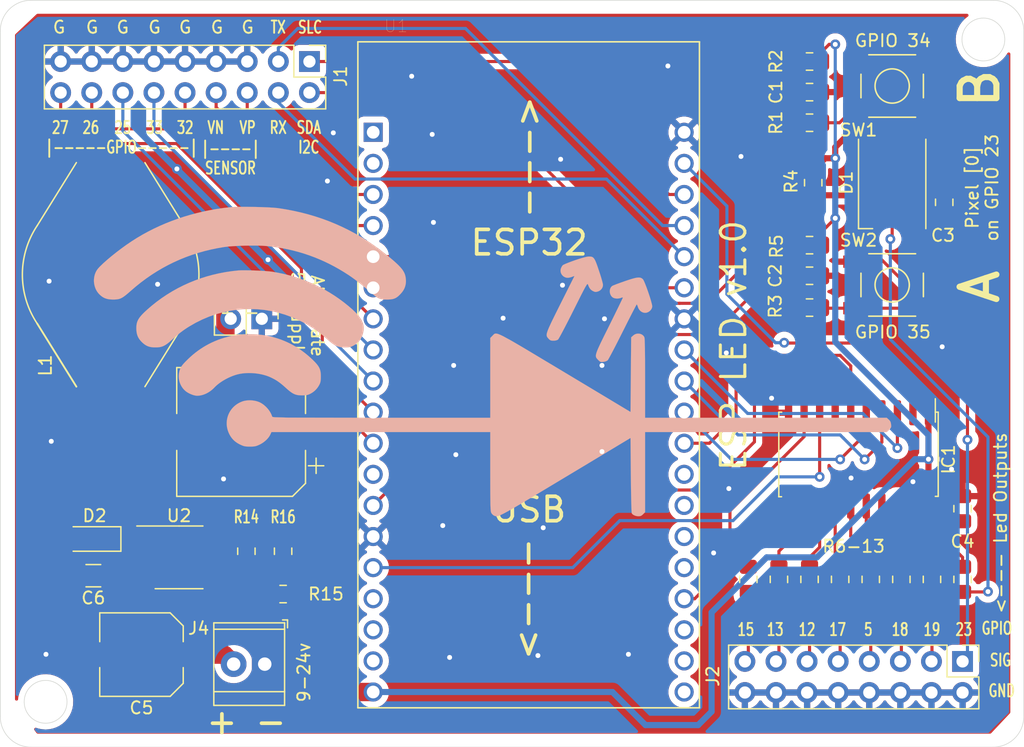
<source format=kicad_pcb>
(kicad_pcb (version 20200119) (host pcbnew "(5.99.0-1157-ga17a78e42)")
  (layers (0 "F.Cu" signal) (31 "B.Cu" signal) (34 "B.Paste" user hide) (35 "F.Paste" user hide) (36 "B.SilkS" user hide) (37 "F.SilkS" user) (38 "B.Mask" user) (39 "F.Mask" user) (44 "Edge.Cuts" user))
  (net 0 "")
  (net 1 "GND")
  (net 2 "Net-(C6-Pad1)")
  (net 3 "+5V")
  (net 4 "Net-(D1-Pad1)")
  (net 5 "Net-(D1-Pad2)")
  (net 6 "Net-(C3-Pad1)")
  (net 7 "Net-(D1-Pad4)")
  (net 8 "Net-(D2-Pad1)")
  (net 9 "Net-(C1-Pad1)")
  (net 10 "Net-(R1-Pad1)")
  (net 11 "Net-(C2-Pad1)")
  (net 12 "Net-(R3-Pad1)")
  (net 13 "Net-(IC1-Pad18)")
  (net 14 "Net-(J2-Pad3)")
  (net 15 "Net-(IC1-Pad17)")
  (net 16 "Net-(J2-Pad5)")
  (net 17 "Net-(IC1-Pad16)")
  (net 18 "Net-(J2-Pad7)")
  (net 19 "Net-(IC1-Pad15)")
  (net 20 "Net-(J2-Pad9)")
  (net 21 "Net-(IC1-Pad14)")
  (net 22 "Net-(J2-Pad11)")
  (net 23 "Net-(IC1-Pad13)")
  (net 24 "Net-(J2-Pad13)")
  (net 25 "Net-(IC1-Pad12)")
  (net 26 "Net-(J2-Pad15)")
  (net 27 "Net-(IC1-Pad11)")
  (net 28 "Net-(R14-Pad2)")
  (net 29 "Net-(R15-Pad1)")
  (net 30 "Net-(U1-Pad38)")
  (net 31 "Net-(U1-Pad37)")
  (net 32 "Net-(U1-Pad36)")
  (net 33 "Net-(IC1-Pad9)")
  (net 34 "Net-(U1-Pad34)")
  (net 35 "Net-(U1-Pad33)")
  (net 36 "Net-(U1-Pad32)")
  (net 37 "Net-(U1-Pad31)")
  (net 38 "Net-(IC1-Pad6)")
  (net 39 "Net-(IC1-Pad5)")
  (net 40 "Net-(IC1-Pad4)")
  (net 41 "Net-(IC1-Pad3)")
  (net 42 "Net-(J1-Pad16)")
  (net 43 "Net-(J1-Pad18)")
  (net 44 "Net-(IC1-Pad2)")
  (net 45 "Net-(U1-Pad18)")
  (net 46 "Net-(U1-Pad17)")
  (net 47 "Net-(U1-Pad16)")
  (net 48 "Net-(IC1-Pad8)")
  (net 49 "Net-(IC1-Pad7)")
  (net 50 "Net-(J1-Pad14)")
  (net 51 "Net-(J1-Pad12)")
  (net 52 "Net-(J1-Pad10)")
  (net 53 "Net-(J1-Pad8)")
  (net 54 "Net-(J1-Pad6)")
  (net 55 "Net-(J1-Pad4)")
  (net 56 "Net-(J1-Pad2)")
  (net 57 "Net-(U1-Pad2)")
  (net 58 "Net-(U1-Pad1)")
  (net 59 "Net-(U1-Pad12)")
  (net 60 "Net-(J1-Pad3)")
  (net 61 "Net-(J1-Pad1)")
  (net 62 "7V_to_24V_Input")
  (module "ESP32-DEVKITC-32D:MODULE_ESP32-DEVKITC-32D" (layer "F.Cu") (at 135.057225 80.04)
    (fp_text reference "U1" (at -10.829175 -28.446045) (layer "F.SilkS") (effects (font (size 1.000386 1.000386) (thickness 0.015))))
    (fp_text value "ESP32-DEVKITC-32D")
    (pad "38" thru_hole circle (at 12.7 25.96) (size 1.56 1.56) (drill 1.04) (layers *.Cu *.Mask) (net 30 "Net-(U1-Pad38)"))
    (pad "37" thru_hole circle (at 12.7 23.42) (size 1.56 1.56) (drill 1.04) (layers *.Cu *.Mask) (net 31 "Net-(U1-Pad37)"))
    (pad "36" thru_hole circle (at 12.7 20.88) (size 1.56 1.56) (drill 1.04) (layers *.Cu *.Mask) (net 32 "Net-(U1-Pad36)"))
    (pad "35" thru_hole circle (at 12.7 18.34) (size 1.56 1.56) (drill 1.04) (layers *.Cu *.Mask) (net 33 "Net-(IC1-Pad9)"))
    (pad "34" thru_hole circle (at 12.7 15.8) (size 1.56 1.56) (drill 1.04) (layers *.Cu *.Mask) (net 34 "Net-(U1-Pad34)"))
    (pad "33" thru_hole circle (at 12.7 13.26) (size 1.56 1.56) (drill 1.04) (layers *.Cu *.Mask) (net 35 "Net-(U1-Pad33)"))
    (pad "32" thru_hole circle (at 12.7 10.72) (size 1.56 1.56) (drill 1.04) (layers *.Cu *.Mask) (net 36 "Net-(U1-Pad32)"))
    (pad "31" thru_hole circle (at 12.7 8.18) (size 1.56 1.56) (drill 1.04) (layers *.Cu *.Mask) (net 37 "Net-(U1-Pad31)"))
    (pad "30" thru_hole circle (at 12.7 5.64) (size 1.56 1.56) (drill 1.04) (layers *.Cu *.Mask) (net 38 "Net-(IC1-Pad6)"))
    (pad "29" thru_hole circle (at 12.7 3.1) (size 1.56 1.56) (drill 1.04) (layers *.Cu *.Mask) (net 39 "Net-(IC1-Pad5)"))
    (pad "28" thru_hole circle (at 12.7 0.56) (size 1.56 1.56) (drill 1.04) (layers *.Cu *.Mask) (net 40 "Net-(IC1-Pad4)"))
    (pad "27" thru_hole circle (at 12.7 -1.98) (size 1.56 1.56) (drill 1.04) (layers *.Cu *.Mask) (net 41 "Net-(IC1-Pad3)"))
    (pad "26" thru_hole circle (at 12.7 -4.52) (size 1.56 1.56) (drill 1.04) (layers *.Cu *.Mask) (net 1 "GND"))
    (pad "25" thru_hole circle (at 12.7 -7.06) (size 1.56 1.56) (drill 1.04) (layers *.Cu *.Mask) (net 56 "Net-(J1-Pad2)"))
    (pad "24" thru_hole circle (at 12.7 -9.6) (size 1.56 1.56) (drill 1.04) (layers *.Cu *.Mask) (net 55 "Net-(J1-Pad4)"))
    (pad "23" thru_hole circle (at 12.7 -12.14) (size 1.56 1.56) (drill 1.04) (layers *.Cu *.Mask) (net 60 "Net-(J1-Pad3)"))
    (pad "22" thru_hole circle (at 12.7 -14.68) (size 1.56 1.56) (drill 1.04) (layers *.Cu *.Mask) (net 61 "Net-(J1-Pad1)"))
    (pad "21" thru_hole circle (at 12.7 -17.22) (size 1.56 1.56) (drill 1.04) (layers *.Cu *.Mask) (net 44 "Net-(IC1-Pad2)"))
    (pad "20" thru_hole circle (at 12.7 -19.76) (size 1.56 1.56) (drill 1.04) (layers *.Cu *.Mask) (net 1 "GND"))
    (pad "18" thru_hole circle (at -12.7 23.42) (size 1.56 1.56) (drill 1.04) (layers *.Cu *.Mask) (net 45 "Net-(U1-Pad18)"))
    (pad "17" thru_hole circle (at -12.7 20.88) (size 1.56 1.56) (drill 1.04) (layers *.Cu *.Mask) (net 46 "Net-(U1-Pad17)"))
    (pad "16" thru_hole circle (at -12.7 18.34) (size 1.56 1.56) (drill 1.04) (layers *.Cu *.Mask) (net 47 "Net-(U1-Pad16)"))
    (pad "15" thru_hole circle (at -12.7 15.8) (size 1.56 1.56) (drill 1.04) (layers *.Cu *.Mask) (net 48 "Net-(IC1-Pad8)"))
    (pad "14" thru_hole circle (at -12.7 13.26) (size 1.56 1.56) (drill 1.04) (layers *.Cu *.Mask) (net 1 "GND"))
    (pad "13" thru_hole circle (at -12.7 10.72) (size 1.56 1.56) (drill 1.04) (layers *.Cu *.Mask) (net 49 "Net-(IC1-Pad7)"))
    (pad "12" thru_hole circle (at -12.7 8.18) (size 1.56 1.56) (drill 1.04) (layers *.Cu *.Mask) (net 59 "Net-(U1-Pad12)"))
    (pad "11" thru_hole circle (at -12.7 5.64) (size 1.56 1.56) (drill 1.04) (layers *.Cu *.Mask) (net 43 "Net-(J1-Pad18)"))
    (pad "10" thru_hole circle (at -12.7 3.1) (size 1.56 1.56) (drill 1.04) (layers *.Cu *.Mask) (net 42 "Net-(J1-Pad16)"))
    (pad "9" thru_hole circle (at -12.7 0.56) (size 1.56 1.56) (drill 1.04) (layers *.Cu *.Mask) (net 50 "Net-(J1-Pad14)"))
    (pad "8" thru_hole circle (at -12.7 -1.98) (size 1.56 1.56) (drill 1.04) (layers *.Cu *.Mask) (net 51 "Net-(J1-Pad12)"))
    (pad "7" thru_hole circle (at -12.7 -4.52) (size 1.56 1.56) (drill 1.04) (layers *.Cu *.Mask) (net 52 "Net-(J1-Pad10)"))
    (pad "6" thru_hole circle (at -12.7 -7.06) (size 1.56 1.56) (drill 1.04) (layers *.Cu *.Mask) (net 11 "Net-(C2-Pad1)"))
    (pad "5" thru_hole circle (at -12.7 -9.6) (size 1.56 1.56) (drill 1.04) (layers *.Cu *.Mask) (net 9 "Net-(C1-Pad1)"))
    (pad "4" thru_hole circle (at -12.7 -12.14) (size 1.56 1.56) (drill 1.04) (layers *.Cu *.Mask) (net 53 "Net-(J1-Pad8)"))
    (pad "3" thru_hole circle (at -12.7 -14.68) (size 1.56 1.56) (drill 1.04) (layers *.Cu *.Mask) (net 54 "Net-(J1-Pad6)"))
    (pad "19" thru_hole circle (at -12.7 25.96) (size 1.56 1.56) (drill 1.04) (layers *.Cu *.Mask) (net 3 "+5V"))
    (pad "2" thru_hole circle (at -12.7 -17.22) (size 1.56 1.56) (drill 1.04) (layers *.Cu *.Mask) (net 57 "Net-(U1-Pad2)"))
    (pad "1" thru_hole rect (at -12.7 -19.76) (size 1.56 1.56) (drill 1.04) (layers *.Cu *.Mask) (net 58 "Net-(U1-Pad1)"))
  )
  (module "Connector_PinHeader_2.54mm:PinHeader_1x02_P2.54mm_Vertical" (layer "F.Cu") (at 113.2586 75.5142 -90)
    (fp_text reference "J3" (at -2.5146 1.0414 180) (layer "F.SilkS"))
    (fp_text value "5V Pwr Conn")
    (pad "2" thru_hole oval (at 0 2.54 270) (size 1.7 1.7) (drill 1) (layers *.Cu *.Mask) (net 3 "+5V"))
    (pad "1" thru_hole rect (at 0 0 270) (size 1.7 1.7) (drill 1) (layers *.Cu *.Mask) (net 1 "GND"))
  )
  (module "74HCD245:SOIC-20W_7.5x10.0mm_P1.27mm" (layer "F.Cu") (at 162 87 -90)
    (fp_text reference "IC1" (at 0 -7.35 90) (layer "F.SilkS"))
    (fp_text value "74HCT245")
    (pad "20" smd roundrect (at 3.81 -5.715 270) (size 2.05 0.6) (layers "F.Cu" "F.Paste" "F.Mask") (net 3 "+5V"))
    (pad "19" smd roundrect (at 3.81 -4.445 270) (size 2.05 0.6) (layers "F.Cu" "F.Paste" "F.Mask") (net 1 "GND"))
    (pad "18" smd roundrect (at 3.81 -3.175 270) (size 2.05 0.6) (layers "F.Cu" "F.Paste" "F.Mask") (net 13 "Net-(IC1-Pad18)"))
    (pad "17" smd roundrect (at 3.81 -1.905 270) (size 2.05 0.6) (layers "F.Cu" "F.Paste" "F.Mask") (net 15 "Net-(IC1-Pad17)"))
    (pad "16" smd roundrect (at 3.81 -0.635 270) (size 2.05 0.6) (layers "F.Cu" "F.Paste" "F.Mask") (net 17 "Net-(IC1-Pad16)"))
    (pad "15" smd roundrect (at 3.81 0.635 270) (size 2.05 0.6) (layers "F.Cu" "F.Paste" "F.Mask") (net 19 "Net-(IC1-Pad15)"))
    (pad "14" smd roundrect (at 3.81 1.905 270) (size 2.05 0.6) (layers "F.Cu" "F.Paste" "F.Mask") (net 21 "Net-(IC1-Pad14)"))
    (pad "13" smd roundrect (at 3.81 3.175 270) (size 2.05 0.6) (layers "F.Cu" "F.Paste" "F.Mask") (net 23 "Net-(IC1-Pad13)"))
    (pad "12" smd roundrect (at 3.81 4.445 270) (size 2.05 0.6) (layers "F.Cu" "F.Paste" "F.Mask") (net 25 "Net-(IC1-Pad12)"))
    (pad "11" smd roundrect (at 3.81 5.715 270) (size 2.05 0.6) (layers "F.Cu" "F.Paste" "F.Mask") (net 27 "Net-(IC1-Pad11)"))
    (pad "10" smd roundrect (at -3.81 5.715 270) (size 2.05 0.6) (layers "F.Cu" "F.Paste" "F.Mask") (net 1 "GND"))
    (pad "9" smd roundrect (at -3.81 4.445 270) (size 2.05 0.6) (layers "F.Cu" "F.Paste" "F.Mask") (net 33 "Net-(IC1-Pad9)"))
    (pad "8" smd roundrect (at -3.81 3.175 270) (size 2.05 0.6) (layers "F.Cu" "F.Paste" "F.Mask") (net 48 "Net-(IC1-Pad8)"))
    (pad "7" smd roundrect (at -3.81 1.905 270) (size 2.05 0.6) (layers "F.Cu" "F.Paste" "F.Mask") (net 49 "Net-(IC1-Pad7)"))
    (pad "6" smd roundrect (at -3.81 0.635 270) (size 2.05 0.6) (layers "F.Cu" "F.Paste" "F.Mask") (net 38 "Net-(IC1-Pad6)"))
    (pad "5" smd roundrect (at -3.81 -0.635 270) (size 2.05 0.6) (layers "F.Cu" "F.Paste" "F.Mask") (net 39 "Net-(IC1-Pad5)"))
    (pad "4" smd roundrect (at -3.81 -1.905 270) (size 2.05 0.6) (layers "F.Cu" "F.Paste" "F.Mask") (net 40 "Net-(IC1-Pad4)"))
    (pad "3" smd roundrect (at -3.81 -3.175 270) (size 2.05 0.6) (layers "F.Cu" "F.Paste" "F.Mask") (net 41 "Net-(IC1-Pad3)"))
    (pad "2" smd roundrect (at -3.81 -4.445 270) (size 2.05 0.6) (layers "F.Cu" "F.Paste" "F.Mask") (net 44 "Net-(IC1-Pad2)"))
    (pad "1" smd roundrect (at -3.81 -5.715 270) (size 2.05 0.6) (layers "F.Cu" "F.Paste" "F.Mask") (net 3 "+5V"))
  )
  (module "Capacitor_SMD:C_Elec_6.3x7.7" (layer "F.Cu") (at 103.4313 102.9462 180)
    (fp_text reference "C5" (at 0 -4.35) (layer "F.SilkS"))
    (fp_text value "100uF")
    (pad "2" smd roundrect (at 2.5375 0 180) (size 3.325 1.6) (layers "F.Cu" "F.Paste" "F.Mask") (roundrect_rratio 0.15625) (net 1 "GND"))
    (pad "1" smd roundrect (at -2.5375 0 180) (size 3.325 1.6) (layers "F.Cu" "F.Paste" "F.Mask") (roundrect_rratio 0.15625) (net 62 "7V_to_24V_Input"))
  )
  (module "Inductor_SMD:L_Bourns_SDR1806" (layer "F.Cu") (at 100.9142 71.906 90)
    (fp_text reference "L1" (at -7.4182 -5.334 90) (layer "F.SilkS"))
    (fp_text value "220uH")
    (pad "2" smd rect (at 7.85 0 270) (size 3 2.9) (layers "F.Cu" "F.Paste" "F.Mask") (net 3 "+5V"))
    (pad "1" smd rect (at -7.85 0 90) (size 3 2.9) (layers "F.Cu" "F.Paste" "F.Mask") (net 8 "Net-(D2-Pad1)"))
  )
  (module "Resistor_SMD:R_0805_2012Metric_Pad1.15x1.40mm_HandSolder" (layer "F.Cu") (at 155.5 96.8 -90)
    (fp_text reference "R12" hide)
    (fp_text value "100")
    (pad "2" smd roundrect (at 1.025 0 270) (size 1.15 1.4) (layers "F.Cu" "F.Paste" "F.Mask") (roundrect_rratio 0.217391) (net 24 "Net-(J2-Pad13)"))
    (pad "1" smd roundrect (at -1.025 0 270) (size 1.15 1.4) (layers "F.Cu" "F.Paste" "F.Mask") (roundrect_rratio 0.217391) (net 25 "Net-(IC1-Pad12)"))
  )
  (module "PTS525SM15SMTR2LFS:SW_PTS525SM15SMTR2LFS" (layer "F.Cu") (at 164.75 72.75)
    (fp_text reference "SW2" (at -2.75 -3.65) (layer "F.SilkS"))
    (fp_text value "SW_MEC_5G")
    (pad "4" smd rect (at 3.2 1.9) (size 1.6 1) (layers "F.Cu" "F.Paste" "F.Mask") (net 12 "Net-(R3-Pad1)"))
    (pad "3" smd rect (at -3.2 1.9) (size 1.6 1) (layers "F.Cu" "F.Paste" "F.Mask") (net 12 "Net-(R3-Pad1)"))
    (pad "2" smd rect (at 3.2 -1.9) (size 1.6 1) (layers "F.Cu" "F.Paste" "F.Mask") (net 1 "GND"))
    (pad "1" smd rect (at -3.2 -1.9) (size 1.6 1) (layers "F.Cu" "F.Paste" "F.Mask") (net 1 "GND"))
  )
  (module "PTS525SM15SMTR2LFS:SW_PTS525SM15SMTR2LFS" (layer "F.Cu") (at 164.75 56.5)
    (fp_text reference "SW1" (at -2.75 3.6 180) (layer "F.SilkS"))
    (fp_text value "SW_MEC_5G")
    (pad "4" smd rect (at 3.2 1.9) (size 1.6 1) (layers "F.Cu" "F.Paste" "F.Mask") (net 10 "Net-(R1-Pad1)"))
    (pad "3" smd rect (at -3.2 1.9) (size 1.6 1) (layers "F.Cu" "F.Paste" "F.Mask") (net 10 "Net-(R1-Pad1)"))
    (pad "2" smd rect (at 3.2 -1.9) (size 1.6 1) (layers "F.Cu" "F.Paste" "F.Mask") (net 1 "GND"))
    (pad "1" smd rect (at -3.2 -1.9) (size 1.6 1) (layers "F.Cu" "F.Paste" "F.Mask") (net 1 "GND"))
  )
  (module "Connector_PinHeader_2.54mm:PinHeader_2x08_P2.54mm_Vertical" (layer "F.Cu") (at 170.5 103.5 -90)
    (fp_text reference "J2" (at 1.2 20.4 90) (layer "F.SilkS"))
    (fp_text value "Conn_02x08_Odd_Even")
    (pad "16" thru_hole oval (at 2.54 17.78 270) (size 1.7 1.7) (drill 1) (layers *.Cu *.Mask) (net 1 "GND"))
    (pad "15" thru_hole oval (at 0 17.78 270) (size 1.7 1.7) (drill 1) (layers *.Cu *.Mask) (net 26 "Net-(J2-Pad15)"))
    (pad "14" thru_hole oval (at 2.54 15.24 270) (size 1.7 1.7) (drill 1) (layers *.Cu *.Mask) (net 1 "GND"))
    (pad "13" thru_hole oval (at 0 15.24 270) (size 1.7 1.7) (drill 1) (layers *.Cu *.Mask) (net 24 "Net-(J2-Pad13)"))
    (pad "12" thru_hole oval (at 2.54 12.7 270) (size 1.7 1.7) (drill 1) (layers *.Cu *.Mask) (net 1 "GND"))
    (pad "11" thru_hole oval (at 0 12.7 270) (size 1.7 1.7) (drill 1) (layers *.Cu *.Mask) (net 22 "Net-(J2-Pad11)"))
    (pad "10" thru_hole oval (at 2.54 10.16 270) (size 1.7 1.7) (drill 1) (layers *.Cu *.Mask) (net 1 "GND"))
    (pad "9" thru_hole oval (at 0 10.16 270) (size 1.7 1.7) (drill 1) (layers *.Cu *.Mask) (net 20 "Net-(J2-Pad9)"))
    (pad "8" thru_hole oval (at 2.54 7.62 270) (size 1.7 1.7) (drill 1) (layers *.Cu *.Mask) (net 1 "GND"))
    (pad "7" thru_hole oval (at 0 7.62 270) (size 1.7 1.7) (drill 1) (layers *.Cu *.Mask) (net 18 "Net-(J2-Pad7)"))
    (pad "6" thru_hole oval (at 2.54 5.08 270) (size 1.7 1.7) (drill 1) (layers *.Cu *.Mask) (net 1 "GND"))
    (pad "5" thru_hole oval (at 0 5.08 270) (size 1.7 1.7) (drill 1) (layers *.Cu *.Mask) (net 16 "Net-(J2-Pad5)"))
    (pad "4" thru_hole oval (at 2.54 2.54 270) (size 1.7 1.7) (drill 1) (layers *.Cu *.Mask) (net 1 "GND"))
    (pad "3" thru_hole oval (at 0 2.54 270) (size 1.7 1.7) (drill 1) (layers *.Cu *.Mask) (net 14 "Net-(J2-Pad3)"))
    (pad "2" thru_hole oval (at 2.54 0 270) (size 1.7 1.7) (drill 1) (layers *.Cu *.Mask) (net 1 "GND"))
    (pad "1" thru_hole rect (at 0 0 270) (size 1.7 1.7) (drill 1) (layers *.Cu *.Mask) (net 4 "Net-(D1-Pad1)"))
  )
  (module "Connector_PinHeader_2.54mm:PinHeader_2x09_P2.54mm_Vertical" (layer "F.Cu") (at 117.15 54.5 -90)
    (fp_text reference "J1" (at 1.2 -2.55 -90) (layer "F.SilkS"))
    (fp_text value "Conn_02x09_Odd_Even")
    (pad "18" thru_hole oval (at 2.54 20.32 270) (size 1.7 1.7) (drill 1) (layers *.Cu *.Mask) (net 43 "Net-(J1-Pad18)"))
    (pad "17" thru_hole oval (at 0 20.32 270) (size 1.7 1.7) (drill 1) (layers *.Cu *.Mask) (net 1 "GND"))
    (pad "16" thru_hole oval (at 2.54 17.78 270) (size 1.7 1.7) (drill 1) (layers *.Cu *.Mask) (net 42 "Net-(J1-Pad16)"))
    (pad "15" thru_hole oval (at 0 17.78 270) (size 1.7 1.7) (drill 1) (layers *.Cu *.Mask) (net 1 "GND"))
    (pad "14" thru_hole oval (at 2.54 15.24 270) (size 1.7 1.7) (drill 1) (layers *.Cu *.Mask) (net 50 "Net-(J1-Pad14)"))
    (pad "13" thru_hole oval (at 0 15.24 270) (size 1.7 1.7) (drill 1) (layers *.Cu *.Mask) (net 1 "GND"))
    (pad "12" thru_hole oval (at 2.54 12.7 270) (size 1.7 1.7) (drill 1) (layers *.Cu *.Mask) (net 51 "Net-(J1-Pad12)"))
    (pad "11" thru_hole oval (at 0 12.7 270) (size 1.7 1.7) (drill 1) (layers *.Cu *.Mask) (net 1 "GND"))
    (pad "10" thru_hole oval (at 2.54 10.16 270) (size 1.7 1.7) (drill 1) (layers *.Cu *.Mask) (net 52 "Net-(J1-Pad10)"))
    (pad "9" thru_hole oval (at 0 10.16 270) (size 1.7 1.7) (drill 1) (layers *.Cu *.Mask) (net 1 "GND"))
    (pad "8" thru_hole oval (at 2.54 7.62 270) (size 1.7 1.7) (drill 1) (layers *.Cu *.Mask) (net 53 "Net-(J1-Pad8)"))
    (pad "7" thru_hole oval (at 0 7.62 270) (size 1.7 1.7) (drill 1) (layers *.Cu *.Mask) (net 1 "GND"))
    (pad "6" thru_hole oval (at 2.54 5.08 270) (size 1.7 1.7) (drill 1) (layers *.Cu *.Mask) (net 54 "Net-(J1-Pad6)"))
    (pad "5" thru_hole oval (at 0 5.08 270) (size 1.7 1.7) (drill 1) (layers *.Cu *.Mask) (net 1 "GND"))
    (pad "4" thru_hole oval (at 2.54 2.54 270) (size 1.7 1.7) (drill 1) (layers *.Cu *.Mask) (net 55 "Net-(J1-Pad4)"))
    (pad "3" thru_hole oval (at 0 2.54 270) (size 1.7 1.7) (drill 1) (layers *.Cu *.Mask) (net 60 "Net-(J1-Pad3)"))
    (pad "2" thru_hole oval (at 2.54 0 270) (size 1.7 1.7) (drill 1) (layers *.Cu *.Mask) (net 56 "Net-(J1-Pad2)"))
    (pad "1" thru_hole rect (at 0 0 270) (size 1.7 1.7) (drill 1) (layers *.Cu *.Mask) (net 61 "Net-(J1-Pad1)"))
  )
  (module "Capacitor_SMD:C_0805_2012Metric_Pad1.15x1.40mm_HandSolder" (layer "F.Cu") (at 170.5 91.025 90)
    (fp_text reference "C4" (at -2.675 0 180) (layer "F.SilkS"))
    (fp_text value "1uF")
    (pad "2" smd roundrect (at 1.025 0 90) (size 1.15 1.4) (layers "F.Cu" "F.Paste" "F.Mask") (roundrect_rratio 0.217391) (net 1 "GND"))
    (pad "1" smd roundrect (at -1.025 0 90) (size 1.15 1.4) (layers "F.Cu" "F.Paste" "F.Mask") (roundrect_rratio 0.217391) (net 3 "+5V"))
  )
  (module "Capacitor_SMD:C_0805_2012Metric_Pad1.15x1.40mm_HandSolder" (layer "F.Cu") (at 169 66 90)
    (fp_text reference "C3" (at -2.7 -0.1 180) (layer "F.SilkS"))
    (fp_text value "0.1µF")
    (pad "2" smd roundrect (at 1.025 0 90) (size 1.15 1.4) (layers "F.Cu" "F.Paste" "F.Mask") (roundrect_rratio 0.217391) (net 1 "GND"))
    (pad "1" smd roundrect (at -1.025 0 90) (size 1.15 1.4) (layers "F.Cu" "F.Paste" "F.Mask") (roundrect_rratio 0.217391) (net 6 "Net-(C3-Pad1)"))
  )
  (module "Capacitor_SMD:C_0805_2012Metric_Pad1.15x1.40mm_HandSolder" (layer "F.Cu") (at 158 72)
    (fp_text reference "C2" (at -2.8 0 90) (layer "F.SilkS"))
    (fp_text value "0.1µF")
    (pad "2" smd roundrect (at 1.025 0) (size 1.15 1.4) (layers "F.Cu" "F.Paste" "F.Mask") (roundrect_rratio 0.217391) (net 1 "GND"))
    (pad "1" smd roundrect (at -1.025 0) (size 1.15 1.4) (layers "F.Cu" "F.Paste" "F.Mask") (roundrect_rratio 0.217391) (net 11 "Net-(C2-Pad1)"))
  )
  (module "Capacitor_SMD:C_0805_2012Metric_Pad1.15x1.40mm_HandSolder" (layer "F.Cu") (at 158 57)
    (fp_text reference "C1" (at -2.75 0 270) (layer "F.SilkS"))
    (fp_text value "0.1µF")
    (pad "2" smd roundrect (at 1.025 0) (size 1.15 1.4) (layers "F.Cu" "F.Paste" "F.Mask") (roundrect_rratio 0.217391) (net 1 "GND"))
    (pad "1" smd roundrect (at -1.025 0) (size 1.15 1.4) (layers "F.Cu" "F.Paste" "F.Mask") (roundrect_rratio 0.217391) (net 9 "Net-(C1-Pad1)"))
  )
  (module "TerminalBlock_TE-Connectivity:TerminalBlock_TE_282834-2_1x02_P2.54mm_Horizontal" (layer "F.Cu") (at 113.5 103.7228 180)
    (fp_text reference "J4" (at 5.4 2.9228) (layer "F.SilkS"))
    (fp_text value "24V Screw Term")
    (pad "2" thru_hole circle (at 2.54 0 180) (size 2.1 2.1) (drill 1.1) (layers *.Cu *.Mask) (net 62 "7V_to_24V_Input"))
    (pad "1" thru_hole rect (at 0 0 180) (size 2.1 2.1) (drill 1.1) (layers *.Cu *.Mask) (net 1 "GND"))
  )
  (module "Package_SO:SOIC-8_3.9x4.9mm_P1.27mm" (layer "F.Cu") (at 106.5 95)
    (fp_text reference "U2" (at 0 -3.4) (layer "F.SilkS"))
    (fp_text value "MC33063AD")
    (pad "8" smd roundrect (at 2.475 -1.905) (size 1.95 0.6) (layers "F.Cu" "F.Paste" "F.Mask") (net 28 "Net-(R14-Pad2)"))
    (pad "7" smd roundrect (at 2.475 -0.635) (size 1.95 0.6) (layers "F.Cu" "F.Paste" "F.Mask") (net 28 "Net-(R14-Pad2)"))
    (pad "6" smd roundrect (at 2.475 0.635) (size 1.95 0.6) (layers "F.Cu" "F.Paste" "F.Mask") (net 62 "7V_to_24V_Input"))
    (pad "5" smd roundrect (at 2.475 1.905) (size 1.95 0.6) (layers "F.Cu" "F.Paste" "F.Mask") (net 29 "Net-(R15-Pad1)"))
    (pad "4" smd roundrect (at -2.475 1.905) (size 1.95 0.6) (layers "F.Cu" "F.Paste" "F.Mask") (net 1 "GND"))
    (pad "3" smd roundrect (at -2.475 0.635) (size 1.95 0.6) (layers "F.Cu" "F.Paste" "F.Mask") (net 2 "Net-(C6-Pad1)"))
    (pad "2" smd roundrect (at -2.475 -0.635) (size 1.95 0.6) (layers "F.Cu" "F.Paste" "F.Mask") (net 8 "Net-(D2-Pad1)"))
    (pad "1" smd roundrect (at -2.475 -1.905) (size 1.95 0.6) (layers "F.Cu" "F.Paste" "F.Mask") (net 28 "Net-(R14-Pad2)"))
  )
  (module "Resistor_SMD:R_0805_2012Metric_Pad1.15x1.40mm_HandSolder" (layer "F.Cu") (at 115 94.5 90)
    (fp_text reference "R16" (at 2.8 0) (layer "F.SilkS") (effects (font (size 1 0.7))))
    (fp_text value "3.6K")
    (pad "2" smd roundrect (at 1.025 0 90) (size 1.15 1.4) (layers "F.Cu" "F.Paste" "F.Mask") (roundrect_rratio 0.217391) (net 3 "+5V"))
    (pad "1" smd roundrect (at -1.025 0 90) (size 1.15 1.4) (layers "F.Cu" "F.Paste" "F.Mask") (roundrect_rratio 0.217391) (net 29 "Net-(R15-Pad1)"))
  )
  (module "Resistor_SMD:R_0805_2012Metric_Pad1.15x1.40mm_HandSolder" (layer "F.Cu") (at 115 98)
    (fp_text reference "R15" (at 3.5 0) (layer "F.SilkS"))
    (fp_text value "1.2K")
    (pad "2" smd roundrect (at 1.025 0) (size 1.15 1.4) (layers "F.Cu" "F.Paste" "F.Mask") (roundrect_rratio 0.217391) (net 1 "GND"))
    (pad "1" smd roundrect (at -1.025 0) (size 1.15 1.4) (layers "F.Cu" "F.Paste" "F.Mask") (roundrect_rratio 0.217391) (net 29 "Net-(R15-Pad1)"))
  )
  (module "Resistor_SMD:R_0805_2012Metric_Pad1.15x1.40mm_HandSolder" (layer "F.Cu") (at 112 94.5 90)
    (fp_text reference "R14" (at 2.8 0 180) (layer "F.SilkS") (effects (font (size 1 0.7))))
    (fp_text value "0.33 ohms")
    (pad "2" smd roundrect (at 1.025 0 90) (size 1.15 1.4) (layers "F.Cu" "F.Paste" "F.Mask") (roundrect_rratio 0.217391) (net 28 "Net-(R14-Pad2)"))
    (pad "1" smd roundrect (at -1.025 0 90) (size 1.15 1.4) (layers "F.Cu" "F.Paste" "F.Mask") (roundrect_rratio 0.217391) (net 62 "7V_to_24V_Input"))
  )
  (module "Resistor_SMD:R_0805_2012Metric_Pad1.15x1.40mm_HandSolder" (layer "F.Cu") (at 153 96.8 -90)
    (fp_text reference "R13" hide)
    (fp_text value "100")
    (pad "2" smd roundrect (at 1.025 0 270) (size 1.15 1.4) (layers "F.Cu" "F.Paste" "F.Mask") (roundrect_rratio 0.217391) (net 26 "Net-(J2-Pad15)"))
    (pad "1" smd roundrect (at -1.025 0 270) (size 1.15 1.4) (layers "F.Cu" "F.Paste" "F.Mask") (roundrect_rratio 0.217391) (net 27 "Net-(IC1-Pad11)"))
  )
  (module "Resistor_SMD:R_0805_2012Metric_Pad1.15x1.40mm_HandSolder" (layer "F.Cu") (at 158 96.8 -90)
    (fp_text reference "R11" hide)
    (fp_text value "100")
    (pad "2" smd roundrect (at 1.025 0 270) (size 1.15 1.4) (layers "F.Cu" "F.Paste" "F.Mask") (roundrect_rratio 0.217391) (net 22 "Net-(J2-Pad11)"))
    (pad "1" smd roundrect (at -1.025 0 270) (size 1.15 1.4) (layers "F.Cu" "F.Paste" "F.Mask") (roundrect_rratio 0.217391) (net 23 "Net-(IC1-Pad13)"))
  )
  (module "Resistor_SMD:R_0805_2012Metric_Pad1.15x1.40mm_HandSolder" (layer "F.Cu") (at 160.5 96.8 -90)
    (fp_text reference "R10" hide)
    (fp_text value "100")
    (pad "2" smd roundrect (at 1.025 0 270) (size 1.15 1.4) (layers "F.Cu" "F.Paste" "F.Mask") (roundrect_rratio 0.217391) (net 20 "Net-(J2-Pad9)"))
    (pad "1" smd roundrect (at -1.025 0 270) (size 1.15 1.4) (layers "F.Cu" "F.Paste" "F.Mask") (roundrect_rratio 0.217391) (net 21 "Net-(IC1-Pad14)"))
  )
  (module "Resistor_SMD:R_0805_2012Metric_Pad1.15x1.40mm_HandSolder" (layer "F.Cu") (at 163 96.8 -90)
    (fp_text reference "R9" hide)
    (fp_text value "100")
    (pad "2" smd roundrect (at 1.025 0 270) (size 1.15 1.4) (layers "F.Cu" "F.Paste" "F.Mask") (roundrect_rratio 0.217391) (net 18 "Net-(J2-Pad7)"))
    (pad "1" smd roundrect (at -1.025 0 270) (size 1.15 1.4) (layers "F.Cu" "F.Paste" "F.Mask") (roundrect_rratio 0.217391) (net 19 "Net-(IC1-Pad15)"))
  )
  (module "Resistor_SMD:R_0805_2012Metric_Pad1.15x1.40mm_HandSolder" (layer "F.Cu") (at 165.5 96.8 -90)
    (fp_text reference "R8" hide)
    (fp_text value "100")
    (pad "2" smd roundrect (at 1.025 0 270) (size 1.15 1.4) (layers "F.Cu" "F.Paste" "F.Mask") (roundrect_rratio 0.217391) (net 16 "Net-(J2-Pad5)"))
    (pad "1" smd roundrect (at -1.025 0 270) (size 1.15 1.4) (layers "F.Cu" "F.Paste" "F.Mask") (roundrect_rratio 0.217391) (net 17 "Net-(IC1-Pad16)"))
  )
  (module "Resistor_SMD:R_0805_2012Metric_Pad1.15x1.40mm_HandSolder" (layer "F.Cu") (at 168 96.8 -90)
    (fp_text reference "R7" hide)
    (fp_text value "100")
    (pad "2" smd roundrect (at 1.025 0 270) (size 1.15 1.4) (layers "F.Cu" "F.Paste" "F.Mask") (roundrect_rratio 0.217391) (net 14 "Net-(J2-Pad3)"))
    (pad "1" smd roundrect (at -1.025 0 270) (size 1.15 1.4) (layers "F.Cu" "F.Paste" "F.Mask") (roundrect_rratio 0.217391) (net 15 "Net-(IC1-Pad17)"))
  )
  (module "Resistor_SMD:R_0805_2012Metric_Pad1.15x1.40mm_HandSolder" (layer "F.Cu") (at 170.5 96.8 -90)
    (fp_text reference "R6" hide)
    (fp_text value "100")
    (pad "2" smd roundrect (at 1.025 0 270) (size 1.15 1.4) (layers "F.Cu" "F.Paste" "F.Mask") (roundrect_rratio 0.217391) (net 5 "Net-(D1-Pad2)"))
    (pad "1" smd roundrect (at -1.025 0 270) (size 1.15 1.4) (layers "F.Cu" "F.Paste" "F.Mask") (roundrect_rratio 0.217391) (net 13 "Net-(IC1-Pad18)"))
  )
  (module "Resistor_SMD:R_0805_2012Metric_Pad1.15x1.40mm_HandSolder" (layer "F.Cu") (at 158 69.5 180)
    (fp_text reference "R5" (at 2.7 -0.1 90) (layer "F.SilkS"))
    (fp_text value "10k")
    (pad "2" smd roundrect (at 1.025 0 180) (size 1.15 1.4) (layers "F.Cu" "F.Paste" "F.Mask") (roundrect_rratio 0.217391) (net 11 "Net-(C2-Pad1)"))
    (pad "1" smd roundrect (at -1.025 0 180) (size 1.15 1.4) (layers "F.Cu" "F.Paste" "F.Mask") (roundrect_rratio 0.217391) (net 3 "+5V"))
  )
  (module "Resistor_SMD:R_0805_2012Metric_Pad1.15x1.40mm_HandSolder" (layer "F.Cu") (at 158.3 64.4 -90)
    (fp_text reference "R4" (at -0.1 1.8 90) (layer "F.SilkS"))
    (fp_text value "150")
    (pad "2" smd roundrect (at 1.025 0 270) (size 1.15 1.4) (layers "F.Cu" "F.Paste" "F.Mask") (roundrect_rratio 0.217391) (net 6 "Net-(C3-Pad1)"))
    (pad "1" smd roundrect (at -1.025 0 270) (size 1.15 1.4) (layers "F.Cu" "F.Paste" "F.Mask") (roundrect_rratio 0.217391) (net 3 "+5V"))
  )
  (module "Resistor_SMD:R_0805_2012Metric_Pad1.15x1.40mm_HandSolder" (layer "F.Cu") (at 158 74.6 180)
    (fp_text reference "R3" (at 2.8 0.1 90) (layer "F.SilkS"))
    (fp_text value "1k")
    (pad "2" smd roundrect (at 1.025 0 180) (size 1.15 1.4) (layers "F.Cu" "F.Paste" "F.Mask") (roundrect_rratio 0.217391) (net 11 "Net-(C2-Pad1)"))
    (pad "1" smd roundrect (at -1.025 0 180) (size 1.15 1.4) (layers "F.Cu" "F.Paste" "F.Mask") (roundrect_rratio 0.217391) (net 12 "Net-(R3-Pad1)"))
  )
  (module "Resistor_SMD:R_0805_2012Metric_Pad1.15x1.40mm_HandSolder" (layer "F.Cu") (at 158 54.5 180)
    (fp_text reference "R2" (at 2.75 0 90) (layer "F.SilkS"))
    (fp_text value "10k")
    (pad "2" smd roundrect (at 1.025 0 180) (size 1.15 1.4) (layers "F.Cu" "F.Paste" "F.Mask") (roundrect_rratio 0.217391) (net 9 "Net-(C1-Pad1)"))
    (pad "1" smd roundrect (at -1.025 0 180) (size 1.15 1.4) (layers "F.Cu" "F.Paste" "F.Mask") (roundrect_rratio 0.217391) (net 3 "+5V"))
  )
  (module "Resistor_SMD:R_0805_2012Metric_Pad1.15x1.40mm_HandSolder" (layer "F.Cu") (at 158 59.5 180)
    (fp_text reference "R1" (at 2.75 0 270) (layer "F.SilkS"))
    (fp_text value "1k")
    (pad "2" smd roundrect (at 1.025 0 180) (size 1.15 1.4) (layers "F.Cu" "F.Paste" "F.Mask") (roundrect_rratio 0.217391) (net 9 "Net-(C1-Pad1)"))
    (pad "1" smd roundrect (at -1.025 0 180) (size 1.15 1.4) (layers "F.Cu" "F.Paste" "F.Mask") (roundrect_rratio 0.217391) (net 10 "Net-(R1-Pad1)"))
  )
  (module "Diode_SMD:D_SOD-123" (layer "F.Cu") (at 99.5 93.5 180)
    (fp_text reference "D2" (at -0.1 1.9) (layer "F.SilkS"))
    (fp_text value "1N5819")
    (pad "2" smd rect (at 1.65 0 180) (size 0.9 1.2) (layers "F.Cu" "F.Paste" "F.Mask") (net 1 "GND"))
    (pad "1" smd rect (at -1.65 0 180) (size 0.9 1.2) (layers "F.Cu" "F.Paste" "F.Mask") (net 8 "Net-(D2-Pad1)"))
  )
  (module "LED_SMD:LED_WS2812_PLCC6_5.0x5.0mm_P1.6mm" (layer "F.Cu") (at 164.75 64.5 90)
    (fp_text reference "D1" (at 0.1 -3.75 90) (layer "F.SilkS"))
    (fp_text value "WS2812")
    (pad "1" smd rect (at -2.45 -1.6 90) (size 1.5 1) (layers "F.Cu" "F.Paste" "F.Mask") (net 4 "Net-(D1-Pad1)"))
    (pad "2" smd rect (at -2.45 0 90) (size 1.5 1) (layers "F.Cu" "F.Paste" "F.Mask") (net 5 "Net-(D1-Pad2)"))
    (pad "3" smd rect (at -2.45 1.6 90) (size 1.5 1) (layers "F.Cu" "F.Paste" "F.Mask") (net 6 "Net-(C3-Pad1)"))
    (pad "6" smd rect (at 2.45 -1.6 90) (size 1.5 1) (layers "F.Cu" "F.Paste" "F.Mask") (net 1 "GND"))
    (pad "5" smd rect (at 2.45 0 90) (size 1.5 1) (layers "F.Cu" "F.Paste" "F.Mask") (net 3 "+5V"))
    (pad "4" smd rect (at 2.45 1.6 90) (size 1.5 1) (layers "F.Cu" "F.Paste" "F.Mask") (net 7 "Net-(D1-Pad4)"))
  )
  (module "Capacitor_SMD:CP_Elec_10x10" (layer "F.Cu") (at 111.57 84.7598 180)
    (fp_text reference "C7" (at 2.1214 6.1976) (layer "F.SilkS"))
    (fp_text value "220uF")
    (pad "2" smd roundrect (at 4 0 180) (size 4 2.5) (layers "F.Cu" "F.Paste" "F.Mask") (roundrect_rratio 0.1) (net 1 "GND"))
    (pad "1" smd roundrect (at -4 0 180) (size 4 2.5) (layers "F.Cu" "F.Paste" "F.Mask") (roundrect_rratio 0.1) (net 3 "+5V"))
  )
  (module "Capacitor_SMD:C_1206_3216Metric_Pad1.42x1.75mm_HandSolder" (layer "F.Cu") (at 99.5 96.5 180)
    (fp_text reference "C6" (at 0 -1.82) (layer "F.SilkS"))
    (fp_text value "470pF")
    (pad "2" smd roundrect (at 1.4875 0 180) (size 1.425 1.75) (layers "F.Cu" "F.Paste" "F.Mask") (roundrect_rratio 0.175439) (net 1 "GND"))
    (pad "1" smd roundrect (at -1.4875 0 180) (size 1.425 1.75) (layers "F.Cu" "F.Paste" "F.Mask") (roundrect_rratio 0.175439) (net 2 "Net-(C6-Pad1)"))
  )
  (gr_poly (pts (xy 142.932041 72.433835) (xy 142.566834 72.562736) (xy 142.248754 72.679236) (xy 142.013026 72.77093) (xy 141.937051 72.8036) (xy 141.894872 72.825417) (xy 141.868935 72.843738) (xy 141.844703 72.863898) (xy 141.822174 72.885783) (xy 141.801348 72.909278) (xy 141.782223 72.934269) (xy 141.764799 72.960642) (xy 141.749074 72.988282) (xy 141.735047 73.017075) (xy 141.722718 73.046907) (xy 141.712086 73.077663) (xy 141.70315 73.109229) (xy 141.695908 73.141491) (xy 141.690359 73.174334) (xy 141.686504 73.207645) (xy 141.68434 73.241308) (xy 141.683867 73.275209) (xy 141.685084 73.309234) (xy 141.687989 73.343269) (xy 141.692583 73.3772) (xy 141.698864 73.410911) (xy 141.70683 73.444289) (xy 141.716481 73.47722) (xy 141.727817 73.509588) (xy 141.740835 73.541281) (xy 141.755536 73.572182) (xy 141.771917 73.602179) (xy 141.789979 73.631156) (xy 141.80972 73.659) (xy 141.831139 73.685595) (xy 141.854235 73.710829) (xy 141.879008 73.734586) (xy 141.905456 73.756751) (xy 141.919789 73.767386) (xy 141.93498 73.77746) (xy 141.967777 73.795922) (xy 142.003519 73.81212) (xy 142.041881 73.826039) (xy 142.082537 73.837663) (xy 142.125163 73.846978) (xy 142.169432 73.853967) (xy 142.215018 73.858616) (xy 142.261597 73.860908) (xy 142.308842 73.860827) (xy 142.356429 73.85836) (xy 142.404031 73.853489) (xy 142.451323 73.846201) (xy 142.497979 73.836478) (xy 142.543674 73.824305) (xy 142.588082 73.809668) (xy 142.617486 73.798537) (xy 142.645712 73.78908) (xy 142.659169 73.785038) (xy 142.672077 73.781483) (xy 142.684348 73.778441) (xy 142.695899 73.775933) (xy 142.706643 73.773984) (xy 142.716497 73.772616) (xy 142.725373 73.771852) (xy 142.733188 73.771717) (xy 142.739855 73.772232) (xy 142.74529 73.773422) (xy 142.749407 73.775309) (xy 142.750945 73.776522) (xy 142.752121 73.777918) (xy 142.748309 73.791431) (xy 142.73328 73.827238) (xy 142.671837 73.961142) (xy 142.439253 74.445991) (xy 142.090582 75.159042) (xy 141.66204 76.026876) (xy 141.246974 76.857409) (xy 140.939065 77.48597) (xy 140.727398 77.945735) (xy 140.654245 78.122687) (xy 140.60106 78.269881) (xy 140.566478 78.391464) (xy 140.549135 78.491583) (xy 140.547668 78.574386) (xy 140.560711 78.644018) (xy 140.5869 78.704628) (xy 140.624872 78.760363) (xy 140.730706 78.873793) (xy 140.761855 78.904643) (xy 140.790143 78.931835) (xy 140.81606 78.955555) (xy 140.840093 78.975988) (xy 140.851556 78.98503) (xy 140.862732 78.99332) (xy 140.87368 79.000881) (xy 140.884463 79.007738) (xy 140.895141 79.013912) (xy 140.905775 79.019427) (xy 140.916427 79.024306) (xy 140.927158 79.028573) (xy 140.938028 79.032252) (xy 140.949099 79.035364) (xy 140.960431 79.037933) (xy 140.972086 79.039984) (xy 140.984124 79.041538) (xy 140.996608 79.042619) (xy 141.009597 79.043251) (xy 141.023153 79.043456) (xy 141.05221 79.042681) (xy 141.084266 79.04048) (xy 141.119811 79.037039) (xy 141.159333 79.032543) (xy 141.185231 79.029139) (xy 141.211246 79.024905) (xy 141.237245 79.019881) (xy 141.263097 79.014104) (xy 141.28867 79.007615) (xy 141.313832 79.000451) (xy 141.338452 78.992652) (xy 141.362397 78.984256) (xy 141.385536 78.975302) (xy 141.407738 78.965828) (xy 141.428869 78.955874) (xy 141.4488 78.945478) (xy 141.467397 78.934678) (xy 141.484529 78.923515) (xy 141.500064 78.912026) (xy 141.513871 78.90025) (xy 141.531379 78.877006) (xy 141.559677 78.831872) (xy 141.646163 78.680646) (xy 141.768367 78.455998) (xy 141.92133 78.167355) (xy 142.100089 77.824141) (xy 142.299684 77.435782) (xy 142.741538 76.561334) (xy 143.174628 75.698379) (xy 143.535288 74.991694) (xy 143.784824 74.514204) (xy 143.855829 74.384196) (xy 143.884542 74.338834) (xy 143.886106 74.339111) (xy 143.88782 74.339931) (xy 143.889677 74.341281) (xy 143.891672 74.343144) (xy 143.893798 74.345508) (xy 143.896051 74.348357) (xy 143.900911 74.355453) (xy 143.906204 74.364317) (xy 143.911886 74.374832) (xy 143.917909 74.386882) (xy 143.924226 74.40035) (xy 143.930791 74.41512) (xy 143.937558 74.431076) (xy 143.94448 74.448103) (xy 143.951511 74.466082) (xy 143.958604 74.484899) (xy 143.965712 74.504436) (xy 143.972789 74.524579) (xy 143.979789 74.545209) (xy 143.988172 74.571731) (xy 143.997434 74.597707) (xy 144.007552 74.623117) (xy 144.018505 74.647942) (xy 144.030272 74.672162) (xy 144.042832 74.695758) (xy 144.056163 74.718711) (xy 144.070244 74.741001) (xy 144.085053 74.762609) (xy 144.10057 74.783515) (xy 144.116773 74.803701) (xy 144.13364 74.823146) (xy 144.151151 74.841831) (xy 144.169284 74.859738) (xy 144.188018 74.876846) (xy 144.207331 74.893136) (xy 144.227202 74.90859) (xy 144.24761 74.923186) (xy 144.268534 74.936907) (xy 144.289951 74.949733) (xy 144.311842 74.961643) (xy 144.334184 74.97262) (xy 144.356956 74.982643) (xy 144.380137 74.991694) (xy 144.403705 74.999752) (xy 144.42764 75.006799) (xy 144.45192 75.012815) (xy 144.476523 75.01778) (xy 144.501429 75.021676) (xy 144.526616 75.024483) (xy 144.552062 75.026181) (xy 144.577747 75.026751) (xy 144.604527 75.025969) (xy 144.631255 75.023656) (xy 144.657879 75.019862) (xy 144.684345 75.014638) (xy 144.710602 75.008035) (xy 144.736598 75.000102) (xy 144.762279 74.99089) (xy 144.787595 74.980449) (xy 144.812491 74.96883) (xy 144.836917 74.956084) (xy 144.86082 74.94226) (xy 144.884147 74.927408) (xy 144.906846 74.911581) (xy 144.928865 74.894826) (xy 144.970653 74.858741) (xy 145.009093 74.819554) (xy 145.026926 74.798924) (xy 145.043765 74.77767) (xy 145.059557 74.755843) (xy 145.074251 74.733492) (xy 145.087794 74.710669) (xy 145.100133 74.687423) (xy 145.111217 74.663805) (xy 145.120993 74.639865) (xy 145.129408 74.615654) (xy 145.13641 74.591222) (xy 145.141948 74.566619) (xy 145.145968 74.541897) (xy 145.148418 74.517104) (xy 145.149247 74.492292) (xy 145.142259 74.421873) (xy 145.122365 74.320851) (xy 145.050276 74.045477) (xy 144.945817 73.703131) (xy 144.821825 73.330772) (xy 144.691135 72.965357) (xy 144.566585 72.643847) (xy 144.510624 72.511106) (xy 144.461011 72.403201) (xy 144.419351 72.324751) (xy 144.387249 72.280377) (xy 144.365908 72.261218) (xy 144.344454 72.24344) (xy 144.322742 72.227059) (xy 144.300628 72.212091) (xy 144.277967 72.198554) (xy 144.254616 72.186464) (xy 144.230429 72.175836) (xy 144.205263 72.166688) (xy 144.178973 72.159037) (xy 144.151415 72.152897) (xy 144.122444 72.148287) (xy 144.091916 72.145222) (xy 144.059686 72.143719) (xy 144.025611 72.143794) (xy 143.989546 72.145465) (xy 143.951346 72.148746) (xy 143.910867 72.153656) (xy 143.867964 72.160209) (xy 143.822495 72.168424) (xy 143.774313 72.178316) (xy 143.723274 72.189901) (xy 143.669235 72.203196) (xy 143.551578 72.234984) (xy 143.420184 72.27381) (xy 143.2739 72.319806) (xy 143.111571 72.373103) (xy 142.932041 72.433835)) (layer "B.SilkS") (width 0.005291))
  (gr_poly (pts (xy 111.3355 71.566002) (xy 110.807843 71.624513) (xy 110.286768 71.702696) (xy 109.772653 71.800383) (xy 109.265879 71.917401) (xy 108.766826 72.053582) (xy 108.275872 72.208753) (xy 107.793399 72.382745) (xy 107.319786 72.575387) (xy 106.855413 72.786508) (xy 106.400659 73.015939) (xy 105.955904 73.263508) (xy 105.521529 73.529044) (xy 105.097913 73.812378) (xy 104.685436 74.113339) (xy 104.284477 74.431757) (xy 103.895417 74.76746) (xy 103.766837 74.885384) (xy 103.650605 74.995735) (xy 103.546171 75.099497) (xy 103.452984 75.197655) (xy 103.370494 75.291193) (xy 103.298151 75.381096) (xy 103.235404 75.468348) (xy 103.181703 75.553933) (xy 103.136498 75.638836) (xy 103.099238 75.724042) (xy 103.069373 75.810534) (xy 103.046352 75.899297) (xy 103.029626 75.991316) (xy 103.018643 76.087575) (xy 103.012854 76.189059) (xy 103.011708 76.296751) (xy 103.013211 76.386029) (xy 103.017775 76.471469) (xy 103.025487 76.553328) (xy 103.03643 76.631862) (xy 103.050692 76.707326) (xy 103.068356 76.779977) (xy 103.089508 76.85007) (xy 103.114234 76.91786) (xy 103.142619 76.983604) (xy 103.174747 77.047558) (xy 103.210705 77.109977) (xy 103.250577 77.171116) (xy 103.294449 77.231233) (xy 103.342406 77.290582) (xy 103.394534 77.34942) (xy 103.450916 77.408001) (xy 103.513051 77.46799) (xy 103.574682 77.523033) (xy 103.636173 77.57327) (xy 103.697889 77.618841) (xy 103.760194 77.659885) (xy 103.823452 77.696542) (xy 103.888028 77.72895) (xy 103.954286 77.757251) (xy 104.022591 77.781583) (xy 104.093306 77.802085) (xy 104.166797 77.818898) (xy 104.243426 77.832161) (xy 104.32356 77.842013) (xy 104.407561 77.848594) (xy 104.495794 77.852043) (xy 104.588624 77.8525) (xy 104.684762 77.851007) (xy 104.775311 77.846258) (xy 104.861131 77.83785) (xy 104.943084 77.825381) (xy 105.022028 77.808446) (xy 105.098826 77.786644) (xy 105.174337 77.759571) (xy 105.249422 77.726824) (xy 105.32494 77.687999) (xy 105.401753 77.642695) (xy 105.480722 77.590507) (xy 105.562705 77.531032) (xy 105.648564 77.463868) (xy 105.739159 77.388612) (xy 105.835351 77.30486) (xy 105.938 77.212209) (xy 106.118061 77.049067) (xy 106.29403 76.89628) (xy 106.46727 76.752795) (xy 106.639146 76.617558) (xy 106.811021 76.489515) (xy 106.984261 76.36761) (xy 107.16023 76.25079) (xy 107.340291 76.138001) (xy 107.862259 75.838124) (xy 108.395358 75.57354) (xy 108.938193 75.344317) (xy 109.489369 75.150527) (xy 110.04749 74.992238) (xy 110.611161 74.86952) (xy 111.178987 74.782444) (xy 111.749572 74.731079) (xy 112.321522 74.715495) (xy 112.89344 74.735761) (xy 113.463933 74.791948) (xy 114.031603 74.884124) (xy 114.595058 75.012361) (xy 115.1529 75.176727) (xy 115.703734 75.377292) (xy 116.246166 75.614126) (xy 116.586197 75.781372) (xy 116.749809 75.86725) (xy 116.909608 75.954943) (xy 117.065935 76.044681) (xy 117.219129 76.136699) (xy 117.369534 76.231228) (xy 117.517488 76.328501) (xy 117.663335 76.428751) (xy 117.807414 76.53221) (xy 117.950067 76.63911) (xy 118.091635 76.749684) (xy 118.232458 76.864166) (xy 118.372879 76.982786) (xy 118.653875 77.233375) (xy 118.749905 77.31887) (xy 118.841936 77.396931) (xy 118.930556 77.467814) (xy 119.016354 77.531776) (xy 119.09992 77.589071) (xy 119.181842 77.639955) (xy 119.262711 77.684685) (xy 119.343114 77.723516) (xy 119.423641 77.756704) (xy 119.504881 77.784505) (xy 119.587424 77.807174) (xy 119.671858 77.824968) (xy 119.758772 77.838141) (xy 119.848756 77.846951) (xy 119.942399 77.851652) (xy 120.040289 77.8525) (xy 120.161222 77.851146) (xy 120.214872 77.849326) (xy 120.264607 77.84663) (xy 120.3109 77.842973) (xy 120.354224 77.838269) (xy 120.395052 77.832433) (xy 120.433857 77.825381) (xy 120.471112 77.817026) (xy 120.50729 77.807284) (xy 120.542863 77.796069) (xy 120.578304 77.783296) (xy 120.614086 77.768879) (xy 120.650682 77.752734) (xy 120.728207 77.714917) (xy 120.807705 77.67064) (xy 120.883474 77.62313) (xy 120.955507 77.57238) (xy 121.023796 77.518382) (xy 121.088333 77.461128) (xy 121.149111 77.400611) (xy 121.206122 77.336823) (xy 121.259358 77.269756) (xy 121.308811 77.199403) (xy 121.354473 77.125755) (xy 121.396338 77.048805) (xy 121.434396 76.968545) (xy 121.46864 76.884967) (xy 121.499064 76.798064) (xy 121.525657 76.707828) (xy 121.548414 76.614251) (xy 121.570519 76.495487) (xy 121.578021 76.43699) (xy 121.583121 76.379009) (xy 121.585795 76.32149) (xy 121.586018 76.264377) (xy 121.583764 76.207614) (xy 121.579008 76.151147) (xy 121.571725 76.094921) (xy 121.56189 76.038879) (xy 121.549478 75.982967) (xy 121.534463 75.92713) (xy 121.51682 75.871312) (xy 121.496525 75.815459) (xy 121.473551 75.759514) (xy 121.447874 75.703423) (xy 121.388309 75.590581) (xy 121.317628 75.476491) (xy 121.23563 75.360711) (xy 121.142114 75.2428) (xy 121.036877 75.122315) (xy 120.919719 74.998815) (xy 120.790437 74.871858) (xy 120.648831 74.741002) (xy 120.301088 74.441955) (xy 119.942787 74.156148) (xy 119.574409 73.883798) (xy 119.196435 73.625121) (xy 118.809345 73.380335) (xy 118.41362 73.149656) (xy 118.00974 72.933303) (xy 117.598187 72.731491) (xy 117.179439 72.544437) (xy 116.75398 72.37236) (xy 116.322288 72.215476) (xy 115.884844 72.074001) (xy 115.442129 71.948154) (xy 114.994624 71.83815) (xy 114.542809 71.744207) (xy 114.087165 71.666543) (xy 113.833714 71.637697) (xy 113.497228 71.611394) (xy 113.106296 71.588687) (xy 112.689505 71.570631) (xy 112.275442 71.558281) (xy 111.892695 71.552689) (xy 111.569852 71.554912) (xy 111.3355 71.566002)) (layer "B.SilkS") (width 0.005291))
  (gr_poly (pts (xy 138.841579 70.729918) (xy 138.663193 70.793645) (xy 138.491999 70.856752) (xy 138.332216 70.917627) (xy 138.18806 70.974657) (xy 138.063747 71.02623) (xy 137.963495 71.070734) (xy 137.891521 71.106556) (xy 137.867455 71.120708) (xy 137.852041 71.132084) (xy 137.840023 71.143842) (xy 137.827835 71.157189) (xy 137.815554 71.171977) (xy 137.803257 71.18806) (xy 137.791023 71.205291) (xy 137.778928 71.223521) (xy 137.76705 71.242604) (xy 137.755466 71.262392) (xy 137.744255 71.282738) (xy 137.733494 71.303496) (xy 137.723259 71.324516) (xy 137.713629 71.345653) (xy 137.704682 71.366759) (xy 137.696494 71.387687) (xy 137.689143 71.408289) (xy 137.682707 71.428418) (xy 137.676302 71.451311) (xy 137.67097 71.47433) (xy 137.666697 71.497446) (xy 137.663473 71.52063) (xy 137.660115 71.567084) (xy 137.660796 71.613461) (xy 137.665414 71.659528) (xy 137.67387 71.705052) (xy 137.686062 71.749801) (xy 137.701889 71.793543) (xy 137.721251 71.836044) (xy 137.744047 71.877072) (xy 137.770176 71.916395) (xy 137.799538 71.953781) (xy 137.832031 71.988996) (xy 137.867555 72.021807) (xy 137.906009 72.051984) (xy 137.947292 72.079292) (xy 137.982677 72.09883) (xy 138.017551 72.115786) (xy 138.052145 72.130185) (xy 138.086693 72.142049) (xy 138.121427 72.151401) (xy 138.15658 72.158265) (xy 138.192383 72.162664) (xy 138.229071 72.164621) (xy 138.266874 72.16416) (xy 138.306027 72.161303) (xy 138.34676 72.156075) (xy 138.389308 72.148498) (xy 138.433902 72.138596) (xy 138.480775 72.126391) (xy 138.53016 72.111907) (xy 138.582288 72.095168) (xy 138.799245 72.015793) (xy 137.661538 74.285918) (xy 137.245936 75.117547) (xy 136.936249 75.748816) (xy 136.721317 76.212033) (xy 136.645895 76.390718) (xy 136.589976 76.539507) (xy 136.552165 76.662436) (xy 136.531066 76.763545) (xy 136.525283 76.846871) (xy 136.533422 76.916455) (xy 136.554088 76.976334) (xy 136.585885 77.030546) (xy 136.677291 77.138126) (xy 136.701285 77.163513) (xy 136.723893 77.186195) (xy 136.745461 77.20632) (xy 136.766339 77.224033) (xy 136.776629 77.232032) (xy 136.786877 77.239483) (xy 136.797127 77.246405) (xy 136.807422 77.252817) (xy 136.817806 77.258736) (xy 136.828324 77.264182) (xy 136.839017 77.269172) (xy 136.849931 77.273725) (xy 136.861108 77.27786) (xy 136.872592 77.281594) (xy 136.884427 77.284947) (xy 136.896656 77.287936) (xy 136.909324 77.29058) (xy 136.922473 77.292898) (xy 136.950389 77.296628) (xy 136.980756 77.299272) (xy 137.013921 77.300979) (xy 137.050232 77.301895) (xy 137.09004 77.302168) (xy 137.119548 77.301737) (xy 137.148497 77.300462) (xy 137.176826 77.298365) (xy 137.204472 77.29547) (xy 137.231375 77.2918) (xy 137.257471 77.287378) (xy 137.2827 77.282227) (xy 137.306998 77.27637) (xy 137.330304 77.269832) (xy 137.352555 77.262635) (xy 137.373691 77.254802) (xy 137.393648 77.246356) (xy 137.412365 77.237322) (xy 137.42978 77.227721) (xy 137.445831 77.217578) (xy 137.460456 77.206916) (xy 137.477213 77.186224) (xy 137.505218 77.142827) (xy 137.592334 76.992852) (xy 137.716533 76.766851) (xy 137.872544 76.474683) (xy 138.055097 76.126208) (xy 138.258919 75.731287) (xy 138.478741 75.299779) (xy 138.70929 74.841543) (xy 139.348589 73.567243) (xy 139.552773 73.170947) (xy 139.696185 72.906116) (xy 139.79098 72.750921) (xy 139.823945 72.707616) (xy 139.849313 72.683535) (xy 139.868604 72.675949) (xy 139.883337 72.68213) (xy 139.895032 72.699348) (xy 139.905207 72.724876) (xy 139.925885 72.779361) (xy 139.946361 72.829862) (xy 139.966806 72.876611) (xy 139.987392 72.919841) (xy 140.008287 72.959784) (xy 140.029663 72.996673) (xy 140.051689 73.030741) (xy 140.074538 73.06222) (xy 140.098379 73.091342) (xy 140.123383 73.11834) (xy 140.149719 73.143447) (xy 140.17756 73.166895) (xy 140.207075 73.188917) (xy 140.238435 73.209746) (xy 140.27181 73.229613) (xy 140.30737 73.248751) (xy 140.337873 73.263701) (xy 140.366096 73.276822) (xy 140.392366 73.288144) (xy 140.417008 73.297699) (xy 140.440348 73.305518) (xy 140.462711 73.311631) (xy 140.484423 73.31607) (xy 140.505809 73.318866) (xy 140.527195 73.320049) (xy 140.548907 73.319652) (xy 140.57127 73.317703) (xy 140.594609 73.314236) (xy 140.619251 73.30928) (xy 140.645521 73.302867) (xy 140.673745 73.295028) (xy 140.704247 73.285793) (xy 140.727343 73.278417) (xy 140.749987 73.270196) (xy 140.77216 73.261151) (xy 140.793843 73.251304) (xy 140.815019 73.240678) (xy 140.835669 73.229296) (xy 140.855774 73.21718) (xy 140.875317 73.204351) (xy 140.894278 73.190832) (xy 140.912639 73.176646) (xy 140.930382 73.161814) (xy 140.947488 73.146359) (xy 140.96394 73.130304) (xy 140.979718 73.11367) (xy 140.994804 73.09648) (xy 141.00918 73.078756) (xy 141.022827 73.060521) (xy 141.035728 73.041796) (xy 141.047863 73.022604) (xy 141.059214 73.002968) (xy 141.069762 72.982909) (xy 141.07949 72.962449) (xy 141.088379 72.941612) (xy 141.096411 72.92042) (xy 141.103566 72.898894) (xy 141.109827 72.877057) (xy 141.115176 72.854931) (xy 141.119593 72.832539) (xy 141.123061 72.809902) (xy 141.12556 72.787044) (xy 141.127074 72.763986) (xy 141.127582 72.740751) (xy 141.125934 72.718091) (xy 141.121092 72.686222) (xy 141.102447 72.597215) (xy 141.072887 72.478441) (xy 141.033654 72.334616) (xy 140.985988 72.17045) (xy 140.931128 71.990657) (xy 140.870315 71.79995) (xy 140.80479 71.603042) (xy 140.680963 71.236336) (xy 140.627417 71.085458) (xy 140.578157 70.9544) (xy 140.532216 70.841791) (xy 140.488623 70.746258) (xy 140.446409 70.66643) (xy 140.404607 70.600934) (xy 140.362246 70.548398) (xy 140.318359 70.507451) (xy 140.29554 70.490895) (xy 140.271976 70.476721) (xy 140.222128 70.454834) (xy 140.167846 70.440421) (xy 140.108161 70.432107) (xy 140.042105 70.428522) (xy 139.968708 70.428294) (xy 139.93762 70.429646) (xy 139.900091 70.433658) (xy 139.856377 70.440258) (xy 139.806732 70.449377) (xy 139.690677 70.474895) (xy 139.553972 70.509652) (xy 139.398664 70.553091) (xy 139.226798 70.604654) (xy 139.040421 70.663782) (xy 138.841579 70.729918)) (layer "B.SilkS") (width 0.005291))
  (gr_poly (pts (xy 110.652874 66.401335) (xy 110.103041 66.466604) (xy 109.5572 66.547197) (xy 109.01587 66.642936) (xy 108.479571 66.753644) (xy 107.948821 66.879142) (xy 107.424141 67.019251) (xy 106.90605 67.173793) (xy 106.395067 67.34259) (xy 105.891712 67.525464) (xy 105.396503 67.722236) (xy 104.909961 67.932729) (xy 104.432603 68.156763) (xy 103.964951 68.394161) (xy 103.507523 68.644744) (xy 103.060838 68.908333) (xy 102.625417 69.184752) (xy 102.219126 69.46026) (xy 101.799999 69.762618) (xy 101.382981 70.079488) (xy 100.983016 70.398528) (xy 100.615048 70.707398) (xy 100.294024 70.993757) (xy 100.034888 71.245266) (xy 99.933197 71.354096) (xy 99.852583 71.449585) (xy 99.811887 71.504705) (xy 99.77413 71.561822) (xy 99.739304 71.620793) (xy 99.707404 71.681477) (xy 99.678422 71.743731) (xy 99.652352 71.807411) (xy 99.629186 71.872377) (xy 99.608919 71.938485) (xy 99.577051 72.073558) (xy 99.556695 72.211491) (xy 99.547795 72.351146) (xy 99.550297 72.491381) (xy 99.564148 72.631059) (xy 99.589292 72.769039) (xy 99.625676 72.904182) (xy 99.673246 73.035348) (xy 99.701208 73.099084) (xy 99.731946 73.161399) (xy 99.765454 73.22215) (xy 99.801724 73.281194) (xy 99.840749 73.33839) (xy 99.882524 73.393594) (xy 99.92704 73.446665) (xy 99.974292 73.49746) (xy 100.033755 73.556518) (xy 100.093303 73.610755) (xy 100.153269 73.66031) (xy 100.213988 73.705323) (xy 100.275791 73.745933) (xy 100.339014 73.782279) (xy 100.403988 73.814502) (xy 100.471047 73.842741) (xy 100.540525 73.867135) (xy 100.612754 73.887823) (xy 100.688069 73.904946) (xy 100.766801 73.918643) (xy 100.849286 73.929053) (xy 100.935856 73.936317) (xy 101.026844 73.940572) (xy 101.122583 73.94196) (xy 101.224262 73.940859) (xy 101.317879 73.937123) (xy 101.404799 73.9301) (xy 101.486385 73.919139) (xy 101.564003 73.90359) (xy 101.60175 73.893891) (xy 101.639017 73.8828) (xy 101.675973 73.870237) (xy 101.71279 73.85612) (xy 101.749638 73.840367) (xy 101.786688 73.822897) (xy 101.862073 73.782481) (xy 101.940311 73.73422) (xy 102.022766 73.677464) (xy 102.110802 73.611561) (xy 102.205783 73.53586) (xy 102.309074 73.44971) (xy 102.422039 73.35246) (xy 102.546042 73.243459) (xy 102.958983 72.88807) (xy 103.380265 72.550169) (xy 103.809918 72.229754) (xy 104.247974 71.926827) (xy 104.694463 71.641387) (xy 105.149417 71.373434) (xy 105.612867 71.122969) (xy 106.084843 70.889991) (xy 106.565377 70.6745) (xy 107.0545 70.476497) (xy 107.552242 70.295981) (xy 108.058635 70.132952) (xy 108.573709 69.987411) (xy 109.097496 69.859356) (xy 109.630027 69.748789) (xy 110.171332 69.65571) (xy 110.501276 69.615392) (xy 110.91382 69.582205) (xy 111.382422 69.556832) (xy 111.880541 69.539954) (xy 112.381637 69.532255) (xy 112.859168 69.534415) (xy 113.286594 69.547117) (xy 113.637373 69.571043) (xy 114.092178 69.621151) (xy 114.541835 69.684173) (xy 114.986408 69.760124) (xy 115.425957 69.849021) (xy 115.860546 69.950878) (xy 116.290235 70.06571) (xy 116.715088 70.193535) (xy 117.135166 70.334366) (xy 117.550531 70.48822) (xy 117.961245 70.655111) (xy 118.36737 70.835056) (xy 118.768968 71.02807) (xy 119.166102 71.234169) (xy 119.558832 71.453367) (xy 119.947222 71.685681) (xy 120.331333 71.931126) (xy 120.52946 72.065516) (xy 120.738625 72.214478) (xy 120.958457 72.377703) (xy 121.188582 72.554881) (xy 121.428629 72.745701) (xy 121.678227 72.949854) (xy 121.937001 73.167029) (xy 122.204582 73.396917) (xy 122.305875 73.484138) (xy 122.398286 73.561631) (xy 122.4831 73.629961) (xy 122.561604 73.689695) (xy 122.635085 73.741399) (xy 122.70483 73.785638) (xy 122.772126 73.822978) (xy 122.838258 73.853985) (xy 122.904515 73.879226) (xy 122.972183 73.899264) (xy 123.042548 73.914668) (xy 123.116898 73.926002) (xy 123.196518 73.933832) (xy 123.282696 73.938725) (xy 123.376719 73.941245) (xy 123.479873 73.94196) (xy 123.58387 73.940789) (xy 123.680077 73.937061) (xy 123.769262 73.930449) (xy 123.852191 73.920627) (xy 123.929632 73.907272) (xy 124.002352 73.890056) (xy 124.07112 73.868654) (xy 124.136701 73.842741) (xy 124.199864 73.81199) (xy 124.261375 73.776078) (xy 124.322003 73.734677) (xy 124.382515 73.687463) (xy 124.443678 73.63411) (xy 124.506259 73.574292) (xy 124.571027 73.507683) (xy 124.638747 73.433959) (xy 124.693257 73.370887) (xy 124.743682 73.30666) (xy 124.79003 73.241239) (xy 124.832308 73.174585) (xy 124.870524 73.10666) (xy 124.904686 73.037426) (xy 124.934802 72.966842) (xy 124.960879 72.894871) (xy 124.982926 72.821474) (xy 125.000949 72.746611) (xy 125.014957 72.670245) (xy 125.024958 72.592336) (xy 125.030959 72.512846) (xy 125.032968 72.431736) (xy 125.030992 72.348967) (xy 125.02504 72.264501) (xy 125.012148 72.151229) (xy 124.992597 72.042685) (xy 124.979988 71.989765) (xy 124.965311 71.937521) (xy 124.94843 71.885785) (xy 124.929211 71.834388) (xy 124.907519 71.783161) (xy 124.88322 71.731937) (xy 124.856179 71.680545) (xy 124.826261 71.628819) (xy 124.793332 71.576589) (xy 124.757256 71.523686) (xy 124.7179 71.469942) (xy 124.675128 71.415189) (xy 124.578799 71.301978) (xy 124.467193 71.182707) (xy 124.33923 71.056024) (xy 124.193835 70.920583) (xy 124.029929 70.775034) (xy 123.846435 70.618028) (xy 123.642276 70.448217) (xy 123.416374 70.264251) (xy 122.933899 69.88771) (xy 122.442852 69.529981) (xy 121.943092 69.191026) (xy 121.434479 68.870807) (xy 120.916875 68.569284) (xy 120.39014 68.286419) (xy 119.854134 68.022173) (xy 119.308717 67.776507) (xy 118.753751 67.549382) (xy 118.189096 67.340761) (xy 117.614612 67.150603) (xy 117.030159 66.978871) (xy 116.435599 66.825525) (xy 115.830791 66.690526) (xy 115.215596 66.573837) (xy 114.589874 66.475418) (xy 114.252717 66.442066) (xy 113.78273 66.413985) (xy 113.22419 66.391982) (xy 112.621374 66.376861) (xy 112.018559 66.36943) (xy 111.460019 66.370494) (xy 110.990032 66.380861) (xy 110.652874 66.401335)) (layer "B.SilkS") (width 0.005291))
  (gr_poly (pts (xy 110.965083 76.878835) (xy 110.694413 76.934077) (xy 110.428154 76.998558) (xy 110.166376 77.072218) (xy 109.909147 77.154993) (xy 109.656539 77.246822) (xy 109.40862 77.347643) (xy 109.16546 77.457393) (xy 108.92713 77.576011) (xy 108.693698 77.703434) (xy 108.465236 77.839602) (xy 108.241811 77.984451) (xy 108.023495 78.137919) (xy 107.810357 78.299946) (xy 107.602467 78.470468) (xy 107.399894 78.649423) (xy 107.202709 78.83675) (xy 107.058232 78.981165) (xy 106.939861 79.104062) (xy 106.889323 79.158934) (xy 106.84394 79.210216) (xy 106.803253 79.258506) (xy 106.766807 79.304402) (xy 106.734144 79.348498) (xy 106.704806 79.391394) (xy 106.678336 79.433684) (xy 106.654277 79.475967) (xy 106.632171 79.51884) (xy 106.611561 79.562898) (xy 106.59199 79.608738) (xy 106.573 79.656959) (xy 106.535087 79.773193) (xy 106.506585 79.891311) (xy 106.487354 80.010716) (xy 106.477254 80.130811) (xy 106.476145 80.250999) (xy 106.483889 80.370683) (xy 106.500345 80.489266) (xy 106.525375 80.606151) (xy 106.558838 80.720743) (xy 106.600595 80.832442) (xy 106.650507 80.940654) (xy 106.708434 81.044781) (xy 106.774236 81.144225) (xy 106.847774 81.238391) (xy 106.928909 81.326681) (xy 107.0175 81.408499) (xy 107.065465 81.446906) (xy 107.117701 81.484578) (xy 107.173641 81.521272) (xy 107.232722 81.556749) (xy 107.294376 81.590769) (xy 107.358037 81.623092) (xy 107.42314 81.653476) (xy 107.489119 81.681683) (xy 107.555409 81.70747) (xy 107.621442 81.7306) (xy 107.686654 81.75083) (xy 107.750478 81.76792) (xy 107.812349 81.781631) (xy 107.871701 81.791722) (xy 107.927967 81.797953) (xy 107.980583 81.800084) (xy 108.07232 81.797125) (xy 108.164809 81.788322) (xy 108.25781 81.773783) (xy 108.351082 81.753616) (xy 108.444385 81.727931) (xy 108.537479 81.696834) (xy 108.630123 81.660436) (xy 108.722078 81.618844) (xy 108.813102 81.572168) (xy 108.902956 81.520515) (xy 108.991399 81.463994) (xy 109.07819 81.402713) (xy 109.163091 81.336782) (xy 109.24586 81.266308) (xy 109.326257 81.191401) (xy 109.404041 81.112168) (xy 109.492598 81.024177) (xy 109.589115 80.937077) (xy 109.692873 80.851264) (xy 109.803149 80.767134) (xy 109.919223 80.68508) (xy 110.040375 80.6055) (xy 110.165882 80.528787) (xy 110.295026 80.455338) (xy 110.427084 80.385548) (xy 110.561335 80.319812) (xy 110.697059 80.258525) (xy 110.833535 80.202082) (xy 110.970042 80.15088) (xy 111.10586 80.105313) (xy 111.240266 80.065776) (xy 111.372541 80.032666) (xy 111.527118 80.002266) (xy 111.686671 79.978478) (xy 111.850349 79.961217) (xy 112.017297 79.950398) (xy 112.186664 79.945934) (xy 112.357597 79.947742) (xy 112.529243 79.955735) (xy 112.700749 79.969829) (xy 112.871263 79.989938) (xy 113.039933 80.015976) (xy 113.205905 80.047859) (xy 113.368326 80.085502) (xy 113.526345 80.128818) (xy 113.679109 80.177724) (xy 113.825764 80.232132) (xy 113.965458 80.291959) (xy 114.05367 80.333509) (xy 114.138099 80.375065) (xy 114.219303 80.41701) (xy 114.297841 80.459722) (xy 114.37427 80.503581) (xy 114.449149 80.548967) (xy 114.523036 80.596259) (xy 114.596489 80.645839) (xy 114.670065 80.698085) (xy 114.744324 80.753377) (xy 114.819824 80.812096) (xy 114.897121 80.87462) (xy 114.976775 80.941331) (xy 115.059344 81.012607) (xy 115.235457 81.170375) (xy 115.334144 81.258248) (xy 115.426412 81.337579) (xy 115.513161 81.408756) (xy 115.595291 81.472166) (xy 115.673699 81.528196) (xy 115.749286 81.577234) (xy 115.822951 81.619668) (xy 115.895593 81.655886) (xy 115.96811 81.686274) (xy 116.041403 81.711221) (xy 116.11637 81.731114) (xy 116.19391 81.74634) (xy 116.274923 81.757288) (xy 116.360308 81.764344) (xy 116.450964 81.767897) (xy 116.54779 81.768333) (xy 116.668724 81.766979) (xy 116.722373 81.765159) (xy 116.772108 81.762463) (xy 116.818401 81.758805) (xy 116.861725 81.754102) (xy 116.902553 81.748266) (xy 116.941358 81.741214) (xy 116.978613 81.732859) (xy 117.014791 81.723117) (xy 117.050363 81.711902) (xy 117.085804 81.699128) (xy 117.121586 81.684712) (xy 117.158182 81.668567) (xy 117.235707 81.63075) (xy 117.294311 81.599062) (xy 117.35107 81.565514) (xy 117.405999 81.530105) (xy 117.459115 81.492836) (xy 117.510432 81.453707) (xy 117.559966 81.412717) (xy 117.607734 81.369867) (xy 117.653749 81.325156) (xy 117.698028 81.278586) (xy 117.740586 81.230154) (xy 117.781439 81.179863) (xy 117.820602 81.127711) (xy 117.858091 81.073699) (xy 117.893921 81.017826) (xy 117.928107 80.960093) (xy 117.960666 80.9005) (xy 117.978602 80.864578) (xy 117.994762 80.82992) (xy 118.009233 80.796053) (xy 118.022099 80.762503) (xy 118.033445 80.728799) (xy 118.043358 80.694466) (xy 118.051922 80.659033) (xy 118.059223 80.622026) (xy 118.065345 80.582973) (xy 118.070374 80.541401) (xy 118.074396 80.496837) (xy 118.077495 80.448807) (xy 118.079757 80.39684) (xy 118.081267 80.340463) (xy 118.082373 80.212584) (xy 118.080796 80.104453) (xy 118.075707 80.003615) (xy 118.066572 79.909056) (xy 118.052856 79.819761) (xy 118.034023 79.734713) (xy 118.00954 79.652897) (xy 117.978872 79.573299) (xy 117.941483 79.494902) (xy 117.896838 79.416691) (xy 117.844403 79.337651) (xy 117.783643 79.256765) (xy 117.714024 79.17302) (xy 117.635009 79.085398) (xy 117.546065 78.992886) (xy 117.446656 78.894467) (xy 117.336248 78.789126) (xy 117.132665 78.60303) (xy 116.924749 78.425747) (xy 116.712508 78.257286) (xy 116.495949 78.097654) (xy 116.27508 77.946858) (xy 116.049909 77.804907) (xy 115.820444 77.671807) (xy 115.586692 77.547568) (xy 115.348661 77.432197) (xy 115.10636 77.325701) (xy 114.859795 77.228088) (xy 114.608974 77.139366) (xy 114.353906 77.059543) (xy 114.094597 76.988626) (xy 113.831057 76.926623) (xy 113.563291 76.873543) (xy 113.423247 76.850348) (xy 113.273893 76.830362) (xy 112.952682 76.799955) (xy 112.610512 76.782199) (xy 112.258234 76.77697) (xy 111.906699 76.784143) (xy 111.566762 76.803594) (xy 111.249272 76.835199) (xy 111.102337 76.855521) (xy 110.965083 76.878835)) (layer "B.SilkS") (width 0.005291))
  (gr_poly (pts (xy 138.053122 81.323834) (xy 141.379595 83.333344) (xy 142.389229 83.953627) (xy 142.757413 84.191918) (xy 137.94332 87.110932) (xy 133.105416 90.002166) (xy 133.097643 89.542866) (xy 133.090862 88.292297) (xy 133.084247 84.181334) (xy 133.084247 78.355209) (xy 133.211249 78.424001) (xy 134.685639 79.304401) (xy 138.053122 81.323834)) (layer "B.SilkS") (width 0.005291))
  (gr_poly (pts (xy 132.1 76.9) (xy 131.92008 77.079916) (xy 131.92008 80.339584) (xy 131.92008 83.59925) (xy 123.030081 83.59925) (xy 115.420004 83.58536) (xy 114.328846 83.556835) (xy 114.153756 83.533922) (xy 114.108332 83.504001) (xy 114.07913 83.416453) (xy 114.043386 83.328735) (xy 114.001502 83.241296) (xy 113.953882 83.154585) (xy 113.900929 83.069053) (xy 113.843047 82.985148) (xy 113.780637 82.903321) (xy 113.714104 82.824021) (xy 113.64385 82.747697) (xy 113.570278 82.674799) (xy 113.493791 82.605778) (xy 113.414794 82.541081) (xy 113.333687 82.48116) (xy 113.250876 82.426463) (xy 113.166762 82.37744) (xy 113.081749 82.334541) (xy 113.002158 82.30075) (xy 112.918544 82.270835) (xy 112.831473 82.244826) (xy 112.741511 82.222755) (xy 112.649224 82.204653) (xy 112.555176 82.190551) (xy 112.459936 82.180479) (xy 112.364067 82.174469) (xy 112.268136 82.172552) (xy 112.172709 82.174759) (xy 112.078352 82.18112) (xy 111.98563 82.191667) (xy 111.89511 82.206431) (xy 111.807357 82.225443) (xy 111.722937 82.248734) (xy 111.642416 82.276334) (xy 111.544419 82.315807) (xy 111.449901 82.359697) (xy 111.358934 82.407833) (xy 111.271586 82.460044) (xy 111.187929 82.516157) (xy 111.10803 82.576001) (xy 111.031961 82.639406) (xy 110.959791 82.706199) (xy 110.89159 82.776209) (xy 110.827427 82.849264) (xy 110.767373 82.925193) (xy 110.711496 83.003824) (xy 110.659868 83.084986) (xy 110.612557 83.168508) (xy 110.569633 83.254217) (xy 110.531166 83.341943) (xy 110.497227 83.431513) (xy 110.467883 83.522757) (xy 110.443207 83.615503) (xy 110.423266 83.709579) (xy 110.408131 83.804814) (xy 110.397872 83.901037) (xy 110.392559 83.998075) (xy 110.39226 84.095757) (xy 110.397047 84.193913) (xy 110.406988 84.29237) (xy 110.422154 84.390956) (xy 110.442614 84.489501) (xy 110.468438 84.587833) (xy 110.499695 84.68578) (xy 110.536457 84.783171) (xy 110.578791 84.879834) (xy 110.617442 84.957552) (xy 110.658063 85.032021) (xy 110.70076 85.103344) (xy 110.745644 85.17162) (xy 110.792822 85.236951) (xy 110.842403 85.299437) (xy 110.894495 85.359178) (xy 110.949207 85.416277) (xy 111.006648 85.470833) (xy 111.066926 85.522947) (xy 111.13015 85.572721) (xy 111.196427 85.620254) (xy 111.265867 85.665648) (xy 111.338579 85.709003) (xy 111.41467 85.750421) (xy 111.494249 85.790001) (xy 111.598894 85.83807) (xy 111.645949 85.858194) (xy 111.690454 85.875908) (xy 111.73313 85.891358) (xy 111.774697 85.904692) (xy 111.815877 85.916057) (xy 111.85739 85.9256) (xy 111.899957 85.933469) (xy 111.944299 85.939811) (xy 111.991137 85.944773) (xy 112.041193 85.948503) (xy 112.095185 85.951148) (xy 112.153837 85.952854) (xy 112.287999 85.954043) (xy 112.422162 85.952854) (xy 112.480813 85.951148) (xy 112.534806 85.948503) (xy 112.584861 85.944773) (xy 112.631699 85.939811) (xy 112.676042 85.933469) (xy 112.718609 85.9256) (xy 112.760122 85.916057) (xy 112.801301 85.904692) (xy 112.842868 85.891358) (xy 112.885544 85.875908) (xy 112.930049 85.858194) (xy 112.977104 85.83807) (xy 113.081749 85.790001) (xy 113.153702 85.75364) (xy 113.224531 85.714171) (xy 113.293981 85.671834) (xy 113.361795 85.626869) (xy 113.427717 85.579516) (xy 113.491492 85.530017) (xy 113.552864 85.47861) (xy 113.611578 85.425537) (xy 113.667376 85.371038) (xy 113.720005 85.315353) (xy 113.769207 85.258722) (xy 113.814728 85.201385) (xy 113.85631 85.143584) (xy 113.893699 85.085557) (xy 113.926639 85.027547) (xy 113.954874 84.969791) (xy 114.050125 84.763417) (xy 122.987749 84.763417) (xy 131.92008 84.763417) (xy 131.92008 87.996626) (xy 131.922974 89.738658) (xy 131.935294 90.733078) (xy 131.946694 91.020161) (xy 131.962497 91.204615) (xy 131.983385 91.314531) (xy 132.01004 91.378) (xy 132.01951 91.393922) (xy 132.029987 91.409874) (xy 132.041364 91.425765) (xy 132.053531 91.4415) (xy 132.066381 91.456988) (xy 132.079804 91.472134) (xy 132.093692 91.486846) (xy 132.107936 91.501031) (xy 132.122429 91.514596) (xy 132.137061 91.527447) (xy 132.151724 91.539493) (xy 132.16631 91.550639) (xy 132.18071 91.560794) (xy 132.194815 91.569863) (xy 132.208517 91.577754) (xy 132.221708 91.584374) (xy 132.284001 91.613199) (xy 132.313722 91.625243) (xy 132.328726 91.630406) (xy 132.344015 91.634893) (xy 132.359733 91.638628) (xy 132.376021 91.641534) (xy 132.393023 91.643536) (xy 132.410882 91.644556) (xy 132.429739 91.644518) (xy 132.449738 91.643346) (xy 132.471021 91.640962) (xy 132.493732 91.637291) (xy 132.518012 91.632255) (xy 132.544004 91.625778) (xy 132.571851 91.617785) (xy 132.601696 91.608197) (xy 132.633682 91.596939) (xy 132.66795 91.583933) (xy 132.704645 91.569105) (xy 132.743907 91.552376) (xy 132.830708 91.512912) (xy 132.929495 91.464929) (xy 133.041409 91.407815) (xy 133.167592 91.340958) (xy 133.309184 91.263744) (xy 133.467328 91.175562) (xy 133.643164 91.0758) (xy 133.837835 90.963844) (xy 134.052481 90.839083) (xy 134.288244 90.700904) (xy 134.827687 90.381844) (xy 135.465294 90.001764) (xy 136.210196 89.555765) (xy 138.058414 88.446417) (xy 143.376539 85.250251) (xy 143.402997 88.271792) (xy 143.41755 89.455388) (xy 143.436071 90.438067) (xy 143.456576 91.118129) (xy 143.466953 91.312898) (xy 143.477082 91.393875) (xy 143.483572 91.406694) (xy 143.491112 91.419341) (xy 143.499668 91.431803) (xy 143.509204 91.444063) (xy 143.519686 91.456106) (xy 143.531078 91.467917) (xy 143.543347 91.47948) (xy 143.556457 91.490779) (xy 143.570372 91.501799) (xy 143.585059 91.512524) (xy 143.600483 91.522939) (xy 143.616607 91.533029) (xy 143.650822 91.55217) (xy 143.687424 91.569823) (xy 143.726135 91.585863) (xy 143.766675 91.600167) (xy 143.808765 91.612611) (xy 143.852127 91.62307) (xy 143.896481 91.631421) (xy 143.941548 91.637539) (xy 143.987049 91.641301) (xy 144.009876 91.64226) (xy 144.032706 91.642583) (xy 144.062504 91.642136) (xy 144.090511 91.640743) (xy 144.116921 91.638327) (xy 144.141929 91.634811) (xy 144.165727 91.630116) (xy 144.18851 91.624165) (xy 144.210471 91.616881) (xy 144.231804 91.608187) (xy 144.252704 91.598004) (xy 144.273363 91.586255) (xy 144.293975 91.572863) (xy 144.314735 91.55775) (xy 144.335836 91.540839) (xy 144.357472 91.522052) (xy 144.379837 91.501312) (xy 144.403124 91.478541) (xy 144.567164 91.314499) (xy 144.567164 88.038957) (xy 144.567164 84.763417) (xy 154.44141 84.763417) (xy 164.315665 84.763417) (xy 164.500872 84.578209) (xy 164.531722 84.547059) (xy 164.558914 84.518761) (xy 164.582634 84.492819) (xy 164.603067 84.468738) (xy 164.612109 84.45724) (xy 164.620399 84.446021) (xy 164.627961 84.435019) (xy 164.634817 84.424172) (xy 164.640991 84.413418) (xy 164.646507 84.402695) (xy 164.651386 84.391941) (xy 164.655654 84.381094) (xy 164.659332 84.370092) (xy 164.662444 84.358873) (xy 164.665014 84.347375) (xy 164.667065 84.335536) (xy 164.668619 84.323293) (xy 164.6697 84.310586) (xy 164.670332 84.297352) (xy 164.670538 84.283528) (xy 164.669763 84.253866) (xy 164.667562 84.221103) (xy 164.66412 84.184744) (xy 164.659624 84.144291) (xy 164.655392 84.10879) (xy 164.65057 84.075582) (xy 164.645066 84.044483) (xy 164.638787 84.015307) (xy 164.63164 83.987867) (xy 164.623531 83.961977) (xy 164.614369 83.937451) (xy 164.604059 83.914104) (xy 164.592508 83.891748) (xy 164.579625 83.870199) (xy 164.565315 83.84927) (xy 164.549486 83.828776) (xy 164.532044 83.808529) (xy 164.512898 83.788344) (xy 164.491953 83.768035) (xy 164.469117 83.747416) (xy 164.305077 83.59925) (xy 154.436123 83.59925) (xy 144.567164 83.59925) (xy 144.567164 80.371335) (xy 144.564022 78.931174) (xy 144.553934 77.902771) (xy 144.535909 77.271244) (xy 144.52361 77.099657) (xy 144.508954 77.021708) (xy 144.494119 76.992178) (xy 144.477457 76.964118) (xy 144.459064 76.937542) (xy 144.439037 76.912465) (xy 144.417471 76.888899) (xy 144.394463 76.866858) (xy 144.370107 76.846355) (xy 144.344501 76.827405) (xy 144.31774 76.810021) (xy 144.289919 76.794216) (xy 144.261136 76.780004) (xy 144.231485 76.767399) (xy 144.201063 76.756413) (xy 144.169966 76.747061) (xy 144.138289 76.739357) (xy 144.106129 76.733313) (xy 144.073581 76.728943) (xy 144.040741 76.726262) (xy 144.007706 76.725281) (xy 143.974571 76.726016) (xy 143.941432 76.72848) (xy 143.908385 76.732685) (xy 143.875526 76.738646) (xy 143.84295 76.746377) (xy 143.810755 76.75589) (xy 143.779035 76.7672) (xy 143.747887 76.78032) (xy 143.717407 76.795263) (xy 143.68769 76.812043) (xy 143.658832 76.830674) (xy 143.63093 76.85117) (xy 143.604079 76.873543) (xy 143.429456 77.027) (xy 143.402997 80.075) (xy 143.376539 83.123) (xy 138.042539 79.921543) (xy 134.65761 77.894173) (xy 133.645693 77.303284) (xy 132.977754 76.938366) (xy 132.747062 76.827546) (xy 132.571505 76.757498) (xy 132.440799 76.722984) (xy 132.344656 76.718762) (xy 132.272791 76.739592) (xy 132.214917 76.780236) (xy 132.1 76.9)) (layer "B.SilkS") (width 0.005291))
  (gr_text "ESP32" (at 135.1 69.3) (layer "F.SilkS") (effects (font (size 2 2) (thickness 0.3))))
  (gr_text "--->" (at 135 62.3 90) (layer "F.SilkS") (effects (font (size 2 2) (thickness 0.3))))
  (gr_text "--->" (at 135.2 98.4 270) (layer "F.SilkS") (effects (font (size 2 2) (thickness 0.3))))
  (gr_text "USB" (at 135.1 91.1) (layer "F.SilkS") (effects (font (size 2 2) (thickness 0.3))))
  (gr_circle (center 172.2 52.7) (end 173.95 52.7) (layer "Edge.Cuts") (width 0.05))
  (gr_circle (center 95.6 106.8) (end 97.35 106.8) (layer "Edge.Cuts") (width 0.05))
  (gr_text "B" (at 171.9 56.7 90) (layer "F.SilkS") (effects (font (size 3 3) (thickness 0.5))))
  (gr_text "A" (at 171.9 72.9 90) (layer "F.SilkS") (effects (font (size 3 3) (thickness 0.5))))
  (gr_line (start 94.4 49.5) (end 173 49.5) (layer "Edge.Cuts") (width 0.05))
  (gr_line (start 91.9 108) (end 91.9 52) (layer "Edge.Cuts") (width 0.05))
  (gr_line (start 173 110.5) (end 94.4 110.5) (layer "Edge.Cuts") (width 0.05))
  (gr_line (start 175.5 52) (end 175.5 108) (layer "Edge.Cuts") (width 0.05))
  (gr_text "+ -" (at 111.4552 74.9808) (layer "F.SilkS") (effects (font (size 1 1))))
  (gr_text "Alternate\n5v supply" (at 116.9924 75.2856 270) (layer "F.SilkS") (effects (font (size 1 1))))
  (gr_text "9-24v" (at 116.7 104.4 90) (layer "F.SilkS") (effects (font (size 1 1))))
  (gr_text "+ -" (at 112 108.4) (layer "F.SilkS") (effects (font (size 2 2) (thickness 0.3))))
  (gr_text "GPIO" (at 173.3 100.8) (layer "F.SilkS") (effects (font (size 1 0.7))))
  (gr_text "Pixel [0]\non GPIO 23" (at 172.1 64.8 90) (layer "F.SilkS") (effects (font (size 1 1))))
  (gr_text "GPIO 35" (at 164.8 76.6) (layer "F.SilkS") (effects (font (size 1 1))))
  (gr_text "GPIO 34" (at 164.8 52.8) (layer "F.SilkS") (effects (font (size 1 1))))
  (gr_text "<--- Led Outputs" (at 173.6 92.2 90) (layer "F.SilkS") (effects (font (size 1 1))))
  (gr_text "15" (at 152.8 100.9) (layer "F.SilkS") (effects (font (size 1 0.7))))
  (gr_text "23" (at 170.6 100.9) (layer "F.SilkS") (effects (font (size 1 0.7))))
  (gr_text "19" (at 168 100.9) (layer "F.SilkS") (effects (font (size 1 0.7))))
  (gr_text "18" (at 165.4 100.9) (layer "F.SilkS") (effects (font (size 1 0.7))))
  (gr_text "5" (at 162.8 100.9) (layer "F.SilkS") (effects (font (size 1 0.7))))
  (gr_text "17" (at 160.3 100.9) (layer "F.SilkS") (effects (font (size 1 0.7))))
  (gr_text "12" (at 157.8 100.9) (layer "F.SilkS") (effects (font (size 1 0.7))))
  (gr_text "13" (at 155.2 100.9) (layer "F.SilkS") (effects (font (size 1 0.7))))
  (gr_text "|-----GPIO-----|" (at 101.8 61.5) (layer "F.SilkS") (effects (font (size 1 0.7))))
  (gr_text "27" (at 96.8 59.9) (layer "F.SilkS") (effects (font (size 1 0.7))))
  (gr_text "26" (at 99.3 59.9) (layer "F.SilkS") (effects (font (size 1 0.7))))
  (gr_text "25" (at 101.9 59.9) (layer "F.SilkS") (effects (font (size 1 0.7))))
  (gr_text "33" (at 104.5 59.9) (layer "F.SilkS") (effects (font (size 1 0.7))))
  (gr_text "32" (at 107 59.9) (layer "F.SilkS") (effects (font (size 1 0.7))))
  (gr_text "|----|\nSENSOR\n" (at 110.7 62.4) (layer "F.SilkS") (effects (font (size 1 0.7))))
  (gr_text "VN" (at 109.5 59.9) (layer "F.SilkS") (effects (font (size 1 0.7))))
  (gr_text "VP" (at 112.1 59.9) (layer "F.SilkS") (effects (font (size 1 0.7))))
  (gr_text "SDA\nI2C" (at 117.1 60.7) (layer "F.SilkS") (effects (font (size 1 0.7))))
  (gr_text "SLC" (at 117.2 51.7) (layer "F.SilkS") (effects (font (size 1 0.7))))
  (gr_text "RX" (at 114.6 59.9) (layer "F.SilkS") (effects (font (size 1 0.7))))
  (gr_text "TX" (at 114.6 51.7) (layer "F.SilkS") (effects (font (size 1 0.7))))
  (gr_text "G" (at 112.1 51.7) (layer "F.SilkS") (effects (font (size 1 1))))
  (gr_text "G" (at 109.6 51.7) (layer "F.SilkS") (effects (font (size 1 1))))
  (gr_text "G" (at 107 51.7) (layer "F.SilkS") (effects (font (size 1 1))))
  (gr_text "G" (at 104.5 51.7) (layer "F.SilkS") (effects (font (size 1 1))))
  (gr_text "G" (at 101.9 51.7) (layer "F.SilkS") (effects (font (size 1 1))))
  (gr_text "G" (at 99.4 51.7) (layer "F.SilkS") (effects (font (size 1 1))))
  (gr_text "G" (at 96.7 51.7) (layer "F.SilkS") (effects (font (size 1 1))))
  (gr_text "R6-13" (at 161.6 94.1) (layer "F.SilkS") (effects (font (size 1 1))))
  (gr_text "GND" (at 173.7 105.9) (layer "F.SilkS") (effects (font (size 1 0.7))))
  (gr_text "SIG\n" (at 173.6 103.4) (layer "F.SilkS") (effects (font (size 1 0.7))))
  (gr_arc (start 94.4 108) (end 91.9 108) (angle -90) (layer "Edge.Cuts") (width 0.05))
  (gr_arc (start 173 108) (end 173 110.5) (angle -90) (layer "Edge.Cuts") (width 0.05))
  (gr_arc (start 173 52) (end 175.5 52) (angle -90) (layer "Edge.Cuts") (width 0.05))
  (gr_arc (start 94.4 52) (end 94.4 49.5) (angle -90) (layer "Edge.Cuts") (width 0.05))
  (gr_text "ESP LED v1.0" (at 151.8 77.7 90) (layer "F.SilkS") (effects (font (size 2 2) (thickness 0.25))))
  (via (at 106.3244 63.2714) (size 0.8) (drill 0.4) (layers "F.Cu" "B.Cu") (net 1))
  (via (at 113.7666 70.6882) (size 0.8) (drill 0.4) (layers "F.Cu" "B.Cu") (net 1))
  (via (at 161.3916 88.519) (size 0.8) (drill 0.4) (layers "F.Cu" "B.Cu") (net 1))
  (via (at 150.1648 94.6404) (size 0.8) (drill 0.4) (layers "F.Cu" "B.Cu") (net 1))
  (via (at 151.4094 89.3826) (size 0.8) (drill 0.4) (layers "F.Cu" "B.Cu") (net 1))
  (via (at 118.618 64.262) (size 0.8) (drill 0.4) (layers "F.Cu" "B.Cu") (net 1))
  (segment (start 141.417225 64.1) (end 120.869 64.1) (width 0.254) (layer "B.Cu") (net 55))
  (segment (start 147.757225 70.44) (end 141.417225 64.1) (width 0.254) (layer "B.Cu") (net 55))
  (segment (start 120.869 64.1) (end 114.61 57.841) (width 0.254) (layer "B.Cu") (net 55))
  (segment (start 114.61 57.841) (end 114.61 57.04) (width 0.254) (layer "B.Cu") (net 55))
  (via (at 137.668 62.484) (size 0.8) (drill 0.4) (layers "F.Cu" "B.Cu") (net 1))
  (via (at 125.5014 55.7022) (size 0.8) (drill 0.4) (layers "F.Cu" "B.Cu") (net 1))
  (via (at 127.1778 60.452) (size 0.8) (drill 0.4) (layers "F.Cu" "B.Cu") (net 1))
  (via (at 119.1006 60.325) (size 0.8) (drill 0.4) (layers "F.Cu" "B.Cu") (net 1))
  (via (at 141.2494 75.5142) (size 0.8) (drill 0.4) (layers "F.Cu" "B.Cu") (net 1))
  (via (at 132.969 75.4634) (size 0.8) (drill 0.4) (layers "F.Cu" "B.Cu") (net 1))
  (via (at 168.8338 77.8002) (size 0.8) (drill 0.4) (layers "F.Cu" "B.Cu") (net 1))
  (via (at 152.4 62.2554) (size 0.8) (drill 0.4) (layers "F.Cu" "B.Cu") (net 1))
  (via (at 110.1344 88.5952) (size 0.8) (drill 0.4) (layers "F.Cu" "B.Cu") (net 1))
  (via (at 104.7496 72.6948) (size 0.8) (drill 0.4) (layers "F.Cu" "B.Cu") (net 1))
  (via (at 95.885 72.4408) (size 0.8) (drill 0.4) (layers "F.Cu" "B.Cu") (net 1))
  (via (at 96.0628 85.5218) (size 0.8) (drill 0.4) (layers "F.Cu" "B.Cu") (net 1))
  (via (at 135.8138 103.0224) (size 0.8) (drill 0.4) (layers "F.Cu" "B.Cu") (net 1))
  (via (at 128.6002 103.1748) (size 0.8) (drill 0.4) (layers "F.Cu" "B.Cu") (net 1))
  (via (at 143.2052 102.9208) (size 0.8) (drill 0.4) (layers "F.Cu" "B.Cu") (net 1))
  (via (at 136.2456 92.583) (size 0.8) (drill 0.4) (layers "F.Cu" "B.Cu") (net 1))
  (via (at 128.0414 92.4052) (size 0.8) (drill 0.4) (layers "F.Cu" "B.Cu") (net 1))
  (via (at 141.0462 86.36) (size 0.8) (drill 0.4) (layers "F.Cu" "B.Cu") (net 1))
  (via (at 129.1082 86.614) (size 0.8) (drill 0.4) (layers "F.Cu" "B.Cu") (net 1))
  (via (at 128.9304 79.3242) (size 0.8) (drill 0.4) (layers "F.Cu" "B.Cu") (net 1))
  (via (at 141.0462 79.3242) (size 0.8) (drill 0.4) (layers "F.Cu" "B.Cu") (net 1))
  (via (at 146.431 54.864) (size 0.8) (drill 0.4) (layers "F.Cu" "B.Cu") (net 1))
  (via (at 137.8204 72.771) (size 0.8) (drill 0.4) (layers "F.Cu" "B.Cu") (net 1))
  (via (at 127.2794 67.6402) (size 0.8) (drill 0.4) (layers "F.Cu" "B.Cu") (net 1))
  (segment (start 166.4208 88.7984) (end 168.6016 88.7984) (width 0.5) (layer "B.Cu") (net 1))
  (segment (start 168.6016 88.7984) (end 169.6 87.8) (width 0.5) (layer "B.Cu") (net 1))
  (segment (start 155.9306 77.47) (end 155.22 77.47) (width 0.254) (layer "B.Cu") (net 44))
  (segment (start 155.22 77.47) (end 155.1692 77.4192) (width 0.254) (layer "B.Cu") (net 44))
  (segment (start 156.38508 77.4954) (end 155.956 77.4954) (width 0.254) (layer "F.Cu") (net 44))
  (segment (start 155.956 77.4954) (end 155.9306 77.47) (width 0.254) (layer "F.Cu") (net 44))
  (segment (start 155.1692 77.4192) (end 151.25 73.5) (width 0.254) (layer "B.Cu") (net 44))
  (segment (start 151.25 73.5) (end 151.25 66.312775) (width 0.254) (layer "B.Cu") (net 44))
  (segment (start 151.25 66.312775) (end 147.757225 62.82) (width 0.254) (layer "B.Cu") (net 44))
  (segment (start 161.5904 77.4954) (end 156.38508 77.4954) (width 0.254) (layer "F.Cu") (net 44))
  (segment (start 166.445 82.35) (end 161.5904 77.4954) (width 0.254) (layer "F.Cu") (net 44))
  (segment (start 149.5648 89.5) (end 123.617225 89.5) (width 0.254) (layer "F.Cu") (net 49))
  (segment (start 153.5 85.5648) (end 149.5648 89.5) (width 0.254) (layer "F.Cu") (net 49))
  (segment (start 153.5 81.5) (end 153.5 85.5648) (width 0.254) (layer "F.Cu") (net 49))
  (segment (start 160.095 82.35) (end 157.745 80) (width 0.254) (layer "F.Cu") (net 49))
  (segment (start 157.745 80) (end 155 80) (width 0.254) (layer "F.Cu") (net 49))
  (segment (start 155 80) (end 153.5 81.5) (width 0.254) (layer "F.Cu") (net 49))
  (segment (start 123.617225 89.5) (end 122.357225 90.76) (width 0.254) (layer "F.Cu") (net 49))
  (segment (start 157.555 83.19) (end 157.555 85.142) (width 0.254) (layer "F.Cu") (net 33))
  (segment (start 157.555 85.142) (end 151.5 91.197) (width 0.254) (layer "F.Cu") (net 33))
  (segment (start 151.5 91.197) (end 151.5 95.5) (width 0.254) (layer "F.Cu") (net 33))
  (segment (start 161.55 58.4) (end 167.95 58.4) (width 0.254) (layer "F.Cu") (net 10))
  (segment (start 161.55 74.65) (end 158.875 74.65) (width 0.254) (layer "F.Cu") (net 12))
  (segment (start 158.875 74.65) (end 158.75 74.775) (width 0.254) (layer "F.Cu") (net 12))
  (segment (start 161.55 74.65) (end 167.95 74.65) (width 0.254) (layer "F.Cu") (net 12))
  (segment (start 161.45 74.75) (end 161.55 74.65) (width 0.254) (layer "F.Cu") (net 12))
  (segment (start 122.337225 73) (end 122.357225 72.98) (width 0.5) (layer "F.Cu") (net 11))
  (segment (start 122.297225 70.5) (end 122.357225 70.44) (width 0.5) (layer "F.Cu") (net 9))
  (segment (start 118.5 100) (end 118.5 104.5) (width 1.5) (layer "F.Cu") (net 3))
  (segment (start 118.5 95.5) (end 118.5 100) (width 1.5) (layer "F.Cu") (net 3))
  (segment (start 120 106) (end 122.357225 106) (width 1.5) (layer "F.Cu") (net 3))
  (segment (start 118.5 104.5) (end 120 106) (width 1.5) (layer "F.Cu") (net 3))
  (segment (start 115 93.475) (end 116.475 93.475) (width 1.5) (layer "F.Cu") (net 3))
  (segment (start 116.475 93.475) (end 118.5 95.5) (width 1.5) (layer "F.Cu") (net 3))
  (segment (start 108.975 93.095) (end 111.62 93.095) (width 0.75) (layer "F.Cu") (net 28))
  (segment (start 111.62 93.095) (end 112 93.475) (width 0.75) (layer "F.Cu") (net 28))
  (segment (start 113.975 98) (end 113.975 96.55) (width 0.75) (layer "F.Cu") (net 29))
  (segment (start 113.975 96.55) (end 115 95.525) (width 0.75) (layer "F.Cu") (net 29))
  (segment (start 108.975 96.905) (end 110.07 98) (width 0.75) (layer "F.Cu") (net 29))
  (segment (start 110.07 98) (end 113.975 98) (width 0.75) (layer "F.Cu") (net 29))
  (segment (start 108.975 95.635) (end 111.89 95.635) (width 0.75) (layer "F.Cu") (net 62))
  (segment (start 111.89 95.635) (end 112 95.525) (width 0.75) (layer "F.Cu") (net 62))
  (segment (start 104.025 93.095) (end 108.975 93.095) (width 0.75) (layer "F.Cu") (net 28))
  (segment (start 108.975 94.365) (end 108.975 93.095) (width 0.75) (layer "F.Cu") (net 28))
  (segment (start 104.025 94.365) (end 102.015 94.365) (width 1) (layer "F.Cu") (net 8))
  (segment (start 102.015 94.365) (end 101.15 93.5) (width 1.25) (layer "F.Cu") (net 8))
  (segment (start 104.025 95.635) (end 101.8525 95.635) (width 0.75) (layer "F.Cu") (net 2))
  (segment (start 101.8525 95.635) (end 100.9875 96.5) (width 0.75) (layer "F.Cu") (net 2))
  (segment (start 107.365 95.635) (end 108.975 95.635) (width 1) (layer "F.Cu") (net 62))
  (segment (start 152 80.5) (end 152 83.5) (width 0.254) (layer "F.Cu") (net 38))
  (segment (start 161.365 82.35) (end 161.365 79.365) (width 0.254) (layer "F.Cu") (net 38))
  (segment (start 160.5 78.5) (end 154 78.5) (width 0.254) (layer "F.Cu") (net 38))
  (segment (start 161.365 79.365) (end 160.5 78.5) (width 0.254) (layer "F.Cu") (net 38))
  (segment (start 149.82 85.68) (end 147.757225 85.68) (width 0.254) (layer "F.Cu") (net 38))
  (segment (start 154 78.5) (end 152 80.5) (width 0.254) (layer "F.Cu") (net 38))
  (segment (start 152 83.5) (end 149.82 85.68) (width 0.254) (layer "F.Cu") (net 38))
  (segment (start 151 92) (end 142.5 92) (width 0.254) (layer "B.Cu") (net 48))
  (segment (start 142.5 92) (end 138.66 95.84) (width 0.254) (layer "B.Cu") (net 48))
  (segment (start 138.66 95.84) (end 122.357225 95.84) (width 0.254) (layer "B.Cu") (net 48))
  (segment (start 148.62 98.38) (end 147.757225 98.38) (width 0.254) (layer "F.Cu") (net 33))
  (segment (start 157.555 83.375) (end 157.5 83.43) (width 0.254) (layer "F.Cu") (net 33))
  (segment (start 157.555 82.35) (end 157.555 83.375) (width 0.254) (layer "F.Cu") (net 33))
  (segment (start 151.5 95.5) (end 149 98) (width 0.254) (layer "F.Cu") (net 33))
  (segment (start 149 98) (end 148.62 98.38) (width 0.254) (layer "F.Cu") (net 33))
  (segment (start 168 100.025) (end 168 103.46) (width 0.254) (layer "F.Cu") (net 14))
  (segment (start 168 103.46) (end 167.96 103.5) (width 0.254) (layer "F.Cu") (net 14))
  (segment (start 165.5 100.025) (end 165.5 103.42) (width 0.254) (layer "F.Cu") (net 16))
  (segment (start 165.5 103.42) (end 165.42 103.5) (width 0.254) (layer "F.Cu") (net 16))
  (segment (start 163 100.025) (end 163 103.38) (width 0.254) (layer "F.Cu") (net 18))
  (segment (start 163 103.38) (end 162.88 103.5) (width 0.254) (layer "F.Cu") (net 18))
  (segment (start 160.5 100.025) (end 160.5 103.34) (width 0.254) (layer "F.Cu") (net 20))
  (segment (start 160.5 103.34) (end 160.34 103.5) (width 0.254) (layer "F.Cu") (net 20))
  (segment (start 158 100.025) (end 158 103.3) (width 0.254) (layer "F.Cu") (net 22))
  (segment (start 158 103.3) (end 157.8 103.5) (width 0.254) (layer "F.Cu") (net 22))
  (segment (start 155.5 100.025) (end 155.5 103.26) (width 0.254) (layer "F.Cu") (net 24))
  (segment (start 155.5 103.26) (end 155.26 103.5) (width 0.254) (layer "F.Cu") (net 24))
  (segment (start 153 100.025) (end 153 103.22) (width 0.254) (layer "F.Cu") (net 26))
  (segment (start 153 103.22) (end 152.72 103.5) (width 0.254) (layer "F.Cu") (net 26))
  (segment (start 165.175 91.65) (end 165.175 92.675) (width 0.254) (layer "F.Cu") (net 13))
  (segment (start 168 97.5) (end 168 97.975) (width 0.254) (layer "F.Cu") (net 14))
  (segment (start 165.5 97.5) (end 165.5 97.975) (width 0.254) (layer "F.Cu") (net 16))
  (segment (start 160.095 91.65) (end 160.095 95.595) (width 0.254) (layer "F.Cu") (net 21))
  (segment (start 160.095 95.595) (end 160.5 96) (width 0.254) (layer "F.Cu") (net 21))
  (segment (start 158.825 91.65) (end 158.825 94.175) (width 0.254) (layer "F.Cu") (net 23))
  (segment (start 158.825 94.175) (end 158 95) (width 0.254) (layer "F.Cu") (net 23))
  (segment (start 157.555 91.65) (end 157.555 92.445) (width 0.254) (layer "F.Cu") (net 25))
  (segment (start 157.555 92.445) (end 155.5 94.5) (width 0.254) (layer "F.Cu") (net 25))
  (segment (start 156.285 91.65) (end 153 94.935) (width 0.254) (layer "F.Cu") (net 27))
  (segment (start 158.825 82.35) (end 158.825 88.425) (width 0.254) (layer "F.Cu") (net 48))
  (via (at 158.825 88.425) (size 0.8) (drill 0.4) (layers "F.Cu" "B.Cu") (net 48))
  (segment (start 155.325 88.425) (end 158.825 88.425) (width 0.254) (layer "B.Cu") (net 48))
  (segment (start 151.75 92) (end 155.325 88.425) (width 0.254) (layer "B.Cu") (net 48))
  (segment (start 151 92) (end 151.75 92) (width 0.254) (layer "B.Cu") (net 48))
  (segment (start 162.635 82.35) (end 162.635 84.865) (width 0.254) (layer "F.Cu") (net 39))
  (segment (start 162.635 84.865) (end 160.5 87) (width 0.254) (layer "F.Cu") (net 39))
  (via (at 160.5 87) (size 0.8) (drill 0.4) (layers "F.Cu" "B.Cu") (net 39))
  (segment (start 151.617225 87) (end 147.757225 83.14) (width 0.254) (layer "B.Cu") (net 39))
  (segment (start 160.5 87) (end 151.617225 87) (width 0.254) (layer "B.Cu") (net 39))
  (segment (start 163.905 82.35) (end 163.905 85.595) (width 0.254) (layer "F.Cu") (net 40))
  (segment (start 163.905 85.595) (end 162.5 87) (width 0.254) (layer "F.Cu") (net 40))
  (via (at 162.5 87) (size 0.8) (drill 0.4) (layers "F.Cu" "B.Cu") (net 40))
  (segment (start 160.5 85) (end 152.157225 85) (width 0.254) (layer "B.Cu") (net 40))
  (segment (start 152.157225 85) (end 147.757225 80.6) (width 0.254) (layer "B.Cu") (net 40))
  (segment (start 162.5 87) (end 160.75 85.25) (width 0.254) (layer "B.Cu") (net 40))
  (segment (start 160.75 85.25) (end 160.5 85) (width 0.254) (layer "B.Cu") (net 40))
  (segment (start 165.175 82.35) (end 165.175 86.075) (width 0.254) (layer "F.Cu") (net 41))
  (via (at 165.175 86.075) (size 0.8) (drill 0.4) (layers "F.Cu" "B.Cu") (net 41))
  (segment (start 152.947225 83.25) (end 147.757225 78.06) (width 0.254) (layer "B.Cu") (net 41))
  (segment (start 162.35 83.25) (end 152.947225 83.25) (width 0.254) (layer "B.Cu") (net 41))
  (segment (start 165.175 86.075) (end 162.35 83.25) (width 0.254) (layer "B.Cu") (net 41))
  (segment (start 170.1 91.65) (end 170.5 92.05) (width 0.5) (layer "F.Cu") (net 3))
  (segment (start 167.715 91.65) (end 170.1 91.65) (width 0.5) (layer "F.Cu") (net 3))
  (segment (start 156.975 54.5) (end 156.975 59.5) (width 0.254) (layer "F.Cu") (net 9))
  (segment (start 160.45 59.5) (end 161.55 58.4) (width 0.254) (layer "F.Cu") (net 10))
  (segment (start 159.025 59.5) (end 160.45 59.5) (width 0.254) (layer "F.Cu") (net 10))
  (segment (start 168.925 66.95) (end 169 67.025) (width 0.5) (layer "F.Cu") (net 6))
  (segment (start 166.35 66.95) (end 168.925 66.95) (width 0.5) (layer "F.Cu") (net 6))
  (via (at 172.575 97.8) (size 0.8) (drill 0.4) (layers "F.Cu" "B.Cu") (net 5))
  (segment (start 172.575 85.175) (end 164.6 77.2) (width 0.254) (layer "B.Cu") (net 5))
  (segment (start 164.6 77.2) (end 164.6 69) (width 0.254) (layer "B.Cu") (net 5))
  (via (at 164.6 69) (size 0.8) (drill 0.4) (layers "F.Cu" "B.Cu") (net 5))
  (segment (start 164.75 68.85) (end 164.6 69) (width 0.254) (layer "F.Cu") (net 5))
  (segment (start 164.75 66.95) (end 164.75 68.85) (width 0.254) (layer "F.Cu") (net 5))
  (segment (start 163.15 66.95) (end 163.15 69.55) (width 0.254) (layer "F.Cu") (net 4))
  (segment (start 156.975 74.6) (end 156.975 72) (width 0.254) (layer "F.Cu") (net 11))
  (segment (start 156.975 72) (end 156.975 69.5) (width 0.254) (layer "F.Cu") (net 11))
  (segment (start 156.975 72) (end 156.849999 71.874999) (width 0.254) (layer "F.Cu") (net 11))
  (segment (start 156.849999 71.874999) (end 155.225001 71.874999) (width 0.254) (layer "F.Cu") (net 11))
  (segment (start 125.98 72.98) (end 122.357225 72.98) (width 0.254) (layer "F.Cu") (net 11))
  (segment (start 129.8 76.8) (end 125.98 72.98) (width 0.254) (layer "F.Cu") (net 11))
  (segment (start 154.975001 71.874999) (end 150.05 76.8) (width 0.254) (layer "F.Cu") (net 11))
  (segment (start 150.05 76.8) (end 129.8 76.8) (width 0.254) (layer "F.Cu") (net 11))
  (segment (start 155.225001 71.874999) (end 154.975001 71.874999) (width 0.254) (layer "F.Cu") (net 11))
  (segment (start 127.39 70.44) (end 122.357225 70.44) (width 0.254) (layer "F.Cu") (net 9))
  (segment (start 131.2 74.25) (end 127.39 70.44) (width 0.254) (layer "F.Cu") (net 9))
  (segment (start 156.975 59.5) (end 156.975 66.025) (width 0.254) (layer "F.Cu") (net 9))
  (segment (start 154.8 68.2) (end 154.8 69.1) (width 0.254) (layer "F.Cu") (net 9))
  (segment (start 156.975 66.025) (end 154.8 68.2) (width 0.254) (layer "F.Cu") (net 9))
  (segment (start 149.65 74.25) (end 147.391823 74.25) (width 0.254) (layer "F.Cu") (net 9))
  (segment (start 147.391823 74.25) (end 131.2 74.25) (width 0.254) (layer "F.Cu") (net 9))
  (segment (start 154.8 69.1) (end 149.65 74.25) (width 0.254) (layer "F.Cu") (net 9))
  (via (at 155.9306 77.47) (size 0.8) (drill 0.4) (layers "F.Cu" "B.Cu") (net 44))
  (segment (start 122.357225 77.957225) (end 122.357225 78.06) (width 0.254) (layer "F.Cu") (net 51))
  (segment (start 135.65 54.5) (end 117.15 54.5) (width 0.254) (layer "F.Cu") (net 61))
  (segment (start 146.51 65.36) (end 135.65 54.5) (width 0.254) (layer "F.Cu") (net 61))
  (segment (start 147.757225 65.36) (end 146.51 65.36) (width 0.254) (layer "F.Cu") (net 61))
  (segment (start 146 67.9) (end 129.9 51.8) (width 0.254) (layer "B.Cu") (net 60))
  (segment (start 147.757225 67.9) (end 146 67.9) (width 0.254) (layer "B.Cu") (net 60))
  (segment (start 129.9 51.8) (end 116.8 51.8) (width 0.254) (layer "B.Cu") (net 60))
  (segment (start 114.61 53.39) (end 114.61 54.5) (width 0.254) (layer "B.Cu") (net 60))
  (segment (start 116.2 51.8) (end 114.61 53.39) (width 0.254) (layer "B.Cu") (net 60))
  (segment (start 116.8 51.8) (end 116.2 51.8) (width 0.254) (layer "B.Cu") (net 60))
  (segment (start 130.24 57.04) (end 117.15 57.04) (width 0.254) (layer "F.Cu") (net 56))
  (segment (start 146.18 72.98) (end 130.24 57.04) (width 0.254) (layer "F.Cu") (net 56))
  (segment (start 147.757225 72.98) (end 146.18 72.98) (width 0.254) (layer "F.Cu") (net 56))
  (segment (start 118.16 65.36) (end 122.357225 65.36) (width 0.254) (layer "F.Cu") (net 54))
  (segment (start 112.07 59.27) (end 118.16 65.36) (width 0.254) (layer "F.Cu") (net 54))
  (segment (start 112.07 57.04) (end 112.07 59.27) (width 0.254) (layer "F.Cu") (net 54))
  (segment (start 119.187919 67.9) (end 122.357225 67.9) (width 0.254) (layer "F.Cu") (net 53))
  (segment (start 109.53 58.242081) (end 119.187919 67.9) (width 0.254) (layer "F.Cu") (net 53))
  (segment (start 109.53 57.04) (end 109.53 58.242081) (width 0.254) (layer "F.Cu") (net 53))
  (segment (start 119.6 72.762775) (end 122.357225 75.52) (width 0.254) (layer "F.Cu") (net 52))
  (segment (start 119.6 71) (end 119.6 72.762775) (width 0.254) (layer "F.Cu") (net 52))
  (segment (start 106.99 57.04) (end 106.99 58.39) (width 0.254) (layer "F.Cu") (net 52))
  (segment (start 106.99 58.39) (end 119.6 71) (width 0.254) (layer "F.Cu") (net 52))
  (segment (start 104.45 60.152775) (end 122.357225 78.06) (width 0.254) (layer "B.Cu") (net 51))
  (segment (start 104.45 57.04) (end 104.45 60.152775) (width 0.254) (layer "B.Cu") (net 51))
  (segment (start 101.91 60.152775) (end 122.357225 80.6) (width 0.254) (layer "B.Cu") (net 50))
  (segment (start 101.91 57.04) (end 101.91 60.152775) (width 0.254) (layer "B.Cu") (net 50))
  (segment (start 118.2 78.982775) (end 122.357225 83.14) (width 0.254) (layer "F.Cu") (net 42))
  (segment (start 118.2 71.4) (end 118.2 78.982775) (width 0.254) (layer "F.Cu") (net 42))
  (segment (start 106.8 60) (end 118.2 71.4) (width 0.254) (layer "F.Cu") (net 42))
  (segment (start 100.8 60) (end 106.8 60) (width 0.254) (layer "F.Cu") (net 42))
  (segment (start 99.37 57.04) (end 99.37 58.57) (width 0.254) (layer "F.Cu") (net 42))
  (segment (start 99.37 58.57) (end 100.8 60) (width 0.254) (layer "F.Cu") (net 42))
  (segment (start 99.3 61.2) (end 106.3 61.2) (width 0.254) (layer "F.Cu") (net 43))
  (segment (start 96.83 57.04) (end 96.83 58.73) (width 0.254) (layer "F.Cu") (net 43))
  (segment (start 116.5 79.822775) (end 122.357225 85.68) (width 0.254) (layer "F.Cu") (net 43))
  (segment (start 106.3 61.2) (end 116.5 71.4) (width 0.254) (layer "F.Cu") (net 43))
  (segment (start 116.5 71.4) (end 116.5 79.822775) (width 0.254) (layer "F.Cu") (net 43))
  (segment (start 96.83 58.73) (end 99.3 61.2) (width 0.254) (layer "F.Cu") (net 43))
  (segment (start 167.715 84.915) (end 167.715 82.35) (width 0.5) (layer "F.Cu") (net 3))
  (segment (start 167.715 91.65) (end 167.715 86.985) (width 0.5) (layer "F.Cu") (net 3))
  (segment (start 165.8 72.6) (end 167.785002 72.6) (width 0.254) (layer "F.Cu") (net 4))
  (segment (start 167.785002 72.6) (end 169.4 72.6) (width 0.254) (layer "F.Cu") (net 4))
  (segment (start 163.15 69.95) (end 165.8 72.6) (width 0.254) (layer "F.Cu") (net 4))
  (segment (start 169.4 72.6) (end 170.9 74.1) (width 0.254) (layer "F.Cu") (net 4))
  (segment (start 163.15 69.55) (end 163.15 69.95) (width 0.254) (layer "F.Cu") (net 4))
  (segment (start 170.9 74.1) (end 170.9 85.4) (width 0.254) (layer "F.Cu") (net 4))
  (via (at 170.9 85.4) (size 0.8) (drill 0.4) (layers "F.Cu" "B.Cu") (net 4))
  (segment (start 170.9 103.1) (end 170.5 103.5) (width 0.254) (layer "B.Cu") (net 4))
  (segment (start 170.9 85.4) (end 170.9 103.1) (width 0.254) (layer "B.Cu") (net 4))
  (segment (start 144.6 108.7) (end 148.9 108.7) (width 0.5) (layer "B.Cu") (net 3))
  (segment (start 150 107.6) (end 150 99.5) (width 0.5) (layer "B.Cu") (net 3))
  (segment (start 122.357225 106) (end 141.9 106) (width 0.5) (layer "B.Cu") (net 3))
  (segment (start 148.9 108.7) (end 150 107.6) (width 0.5) (layer "B.Cu") (net 3))
  (segment (start 141.9 106) (end 144.6 108.7) (width 0.5) (layer "B.Cu") (net 3))
  (segment (start 150 99.5) (end 154.5 95) (width 0.5) (layer "B.Cu") (net 3))
  (segment (start 167.715 86.985) (end 167.715 84.915) (width 0.5) (layer "F.Cu") (net 3))
  (via (at 167.715 86.985) (size 0.8) (drill 0.4) (layers "F.Cu" "B.Cu") (net 3))
  (segment (start 166.615 86.985) (end 167.715 86.985) (width 0.5) (layer "B.Cu") (net 3))
  (segment (start 158.6 95) (end 166.615 86.985) (width 0.5) (layer "B.Cu") (net 3))
  (segment (start 154.5 95) (end 158.6 95) (width 0.5) (layer "B.Cu") (net 3))
  (segment (start 160.1 77.4) (end 160.1 67.3) (width 0.5) (layer "B.Cu") (net 3))
  (segment (start 167.715 85.015) (end 160.1 77.4) (width 0.5) (layer "B.Cu") (net 3))
  (segment (start 167.715 86.985) (end 167.715 85.015) (width 0.5) (layer "B.Cu") (net 3))
  (segment (start 165.25 64.6) (end 166.35 65.7) (width 0.5) (layer "F.Cu") (net 6))
  (segment (start 162 64.6) (end 165.25 64.6) (width 0.5) (layer "F.Cu") (net 6))
  (segment (start 166.35 65.7) (end 166.35 66.95) (width 0.5) (layer "F.Cu") (net 6))
  (segment (start 160.875 65.425) (end 158.3 65.425) (width 0.5) (layer "F.Cu") (net 6))
  (segment (start 161.7 64.6) (end 160.875 65.425) (width 0.5) (layer "F.Cu") (net 6))
  (segment (start 162 64.6) (end 161.7 64.6) (width 0.5) (layer "F.Cu") (net 6))
  (via (at 160.1 67.3) (size 0.8) (drill 0.4) (layers "F.Cu" "B.Cu") (net 3))
  (segment (start 159 68.4) (end 159.025 68.425) (width 0.254) (layer "F.Cu") (net 3))
  (segment (start 160.1 67.3) (end 159.4 68) (width 0.254) (layer "F.Cu") (net 3))
  (segment (start 159.025 68.425) (end 159.025 69.5) (width 0.254) (layer "F.Cu") (net 3))
  (segment (start 159.4 68) (end 159 68.4) (width 0.254) (layer "F.Cu") (net 3))
  (segment (start 160.1 67.3) (end 160.1 62.4) (width 0.5) (layer "B.Cu") (net 3))
  (via (at 160.1 62.4) (size 0.8) (drill 0.4) (layers "F.Cu" "B.Cu") (net 3))
  (segment (start 160.1 62.4) (end 160.1 53.1) (width 0.254) (layer "B.Cu") (net 3))
  (segment (start 160.1 53.1) (end 160.1 53.074999) (width 0.254) (layer "B.Cu") (net 3))
  (via (at 160.1 53.1) (size 0.8) (drill 0.4) (layers "F.Cu" "B.Cu") (net 3))
  (segment (start 159.025 53.675) (end 159.025 54.5) (width 0.254) (layer "F.Cu") (net 3))
  (segment (start 159.6 53.1) (end 159.025 53.675) (width 0.254) (layer "F.Cu") (net 3))
  (segment (start 160.1 53.1) (end 159.6 53.1) (width 0.254) (layer "F.Cu") (net 3))
  (segment (start 164.75 60.8) (end 164.75 62.05) (width 0.5) (layer "F.Cu") (net 3))
  (segment (start 164.15 60.2) (end 164.75 60.8) (width 0.5) (layer "F.Cu") (net 3))
  (segment (start 160.1 62.4) (end 160.1 61.5) (width 0.5) (layer "F.Cu") (net 3))
  (segment (start 161.4 60.2) (end 164.15 60.2) (width 0.5) (layer "F.Cu") (net 3))
  (segment (start 160.1 61.5) (end 161.4 60.2) (width 0.5) (layer "F.Cu") (net 3))
  (segment (start 159.275 62.4) (end 158.3 63.375) (width 0.5) (layer "F.Cu") (net 3))
  (segment (start 160.1 62.4) (end 159.275 62.4) (width 0.5) (layer "F.Cu") (net 3))
  (via (at 151.2 78.3) (size 0.8) (drill 0.4) (layers "F.Cu" "B.Cu") (net 1))
  (segment (start 148.42 75.52) (end 151.2 78.3) (width 0.5) (layer "B.Cu") (net 1))
  (segment (start 147.757225 75.52) (end 148.42 75.52) (width 0.5) (layer "B.Cu") (net 1))
  (via (at 154.9 82) (size 0.8) (drill 0.4) (layers "F.Cu" "B.Cu") (net 1))
  (segment (start 151.2 78.3) (end 154.9 82) (width 0.5) (layer "B.Cu") (net 1))
  (via (at 166.4462 88.8238) (size 0.8) (drill 0.4) (layers "F.Cu" "B.Cu") (net 1))
  (via (at 169.6 87.8) (size 0.8) (drill 0.4) (layers "F.Cu" "B.Cu") (net 1))
  (segment (start 153 97.825) (end 153 100.025) (width 0.254) (layer "F.Cu") (net 26))
  (segment (start 153 94.935) (end 153 95.775) (width 0.254) (layer "F.Cu") (net 27))
  (segment (start 155.5 94.5) (end 155.5 95.775) (width 0.254) (layer "F.Cu") (net 25))
  (segment (start 155.5 97.825) (end 155.5 100.025) (width 0.254) (layer "F.Cu") (net 24))
  (segment (start 158 97.825) (end 158 100.025) (width 0.254) (layer "F.Cu") (net 22))
  (segment (start 158 95) (end 158 95.775) (width 0.254) (layer "F.Cu") (net 23))
  (segment (start 163 94.9) (end 163 95.775) (width 0.254) (layer "F.Cu") (net 19))
  (segment (start 161.365 93.265) (end 163 94.9) (width 0.254) (layer "F.Cu") (net 19))
  (segment (start 161.365 91.65) (end 161.365 93.265) (width 0.254) (layer "F.Cu") (net 19))
  (segment (start 162.635 92.735) (end 165.5 95.6) (width 0.254) (layer "F.Cu") (net 17))
  (segment (start 165.5 95.6) (end 165.5 95.775) (width 0.254) (layer "F.Cu") (net 17))
  (segment (start 162.635 91.65) (end 162.635 92.735) (width 0.254) (layer "F.Cu") (net 17))
  (segment (start 165.6 94.3) (end 166.6 94.3) (width 0.254) (layer "F.Cu") (net 15))
  (segment (start 168 95.3) (end 168 95.775) (width 0.254) (layer "F.Cu") (net 15))
  (segment (start 167 94.3) (end 168 95.3) (width 0.254) (layer "F.Cu") (net 15))
  (segment (start 163.905 92.605) (end 165.6 94.3) (width 0.254) (layer "F.Cu") (net 15))
  (segment (start 163.905 91.65) (end 163.905 92.605) (width 0.254) (layer "F.Cu") (net 15))
  (segment (start 166.6 94.3) (end 167 94.3) (width 0.254) (layer "F.Cu") (net 15))
  (segment (start 170.5 95) (end 170.5 95.775) (width 0.254) (layer "F.Cu") (net 13))
  (segment (start 169 93.5) (end 170.5 95) (width 0.254) (layer "F.Cu") (net 13))
  (segment (start 165.175 92.575) (end 166.1 93.5) (width 0.254) (layer "F.Cu") (net 13))
  (segment (start 165.175 91.65) (end 165.175 92.575) (width 0.254) (layer "F.Cu") (net 13))
  (segment (start 166.1 93.5) (end 169 93.5) (width 0.254) (layer "F.Cu") (net 13))
  (segment (start 172.575 85.175) (end 172.575 97.8) (width 0.254) (layer "B.Cu") (net 5))
  (segment (start 172.55 97.825) (end 172.575 97.8) (width 0.254) (layer "F.Cu") (net 5))
  (segment (start 170.5 97.825) (end 172.55 97.825) (width 0.254) (layer "F.Cu") (net 5))
  (segment (start 168 97.825) (end 168 100.025) (width 0.254) (layer "F.Cu") (net 14))
  (segment (start 165.5 97.825) (end 165.5 100.025) (width 0.254) (layer "F.Cu") (net 16))
  (segment (start 163 97.825) (end 163 100.025) (width 0.254) (layer "F.Cu") (net 18))
  (segment (start 160.5 97.825) (end 160.5 100.025) (width 0.254) (layer "F.Cu") (net 20))
  (segment (start 101.15 79.9918) (end 100.9142 79.756) (width 1.5) (layer "F.Cu") (net 8))
  (segment (start 101.15 93.5) (end 101.15 79.9918) (width 1.5) (layer "F.Cu") (net 8))
  (segment (start 110.2868 79.4766) (end 115.57 84.7598) (width 1.5) (layer "F.Cu") (net 3))
  (segment (start 110.2868 72.4408) (end 110.2868 79.4766) (width 1.5) (layer "F.Cu") (net 3))
  (segment (start 101.902 64.056) (end 110.2868 72.4408) (width 1.5) (layer "F.Cu") (net 3))
  (segment (start 100.9142 64.056) (end 101.902 64.056) (width 1.5) (layer "F.Cu") (net 3))
  (segment (start 115 85.3298) (end 115.57 84.7598) (width 1) (layer "F.Cu") (net 3))
  (segment (start 115 93.475) (end 115 85.3298) (width 1.5) (layer "F.Cu") (net 3))
  (segment (start 105.9688 102.9462) (end 110.1834 102.9462) (width 1.5) (layer "F.Cu") (net 62))
  (segment (start 106.807 102.108) (end 105.9688 102.9462) (width 1) (layer "F.Cu") (net 62))
  (segment (start 106.807 96.193) (end 106.807 102.108) (width 1) (layer "F.Cu") (net 62))
  (segment (start 107.365 95.635) (end 106.807 96.193) (width 1) (layer "F.Cu") (net 62))
  (segment (start 110.1834 102.9462) (end 110.96 103.7228) (width 1.5) (layer "F.Cu") (net 62))
  (via (at 95.631 102.9208) (size 0.8) (drill 0.4) (layers "F.Cu" "B.Cu") (net 1))
  (zone (net 1) (net_name "GND") (layer "F.Cu") (connect_pads (clearance 0.508)) (min_thickness 0.254) (fill yes (thermal_gap 0.508) (thermal_bridge_width 0.508))
    (polygon (pts (xy 174.4 52.4) (xy 174.4 107.7) (xy 172.8 109.4) (xy 94.9 109.4) (xy 93.1 107) (xy 93.1 52.3) (xy 94.9 50.6) (xy 172.6 50.6)))
  )
  (zone (net 1) (net_name "GND") (layer "B.Cu") (connect_pads (clearance 0.508)) (min_thickness 0.254) (fill yes (thermal_gap 0.508) (thermal_bridge_width 0.508))
    (polygon (pts (xy 174.2948 52.578) (xy 174.2948 107.6706) (xy 172.6184 109.347) (xy 94.9452 109.347) (xy 93.1672 107.569) (xy 93.1672 52.3494) (xy 94.9452 50.8508) (xy 172.5676 50.8508)))
  )
)
</source>
